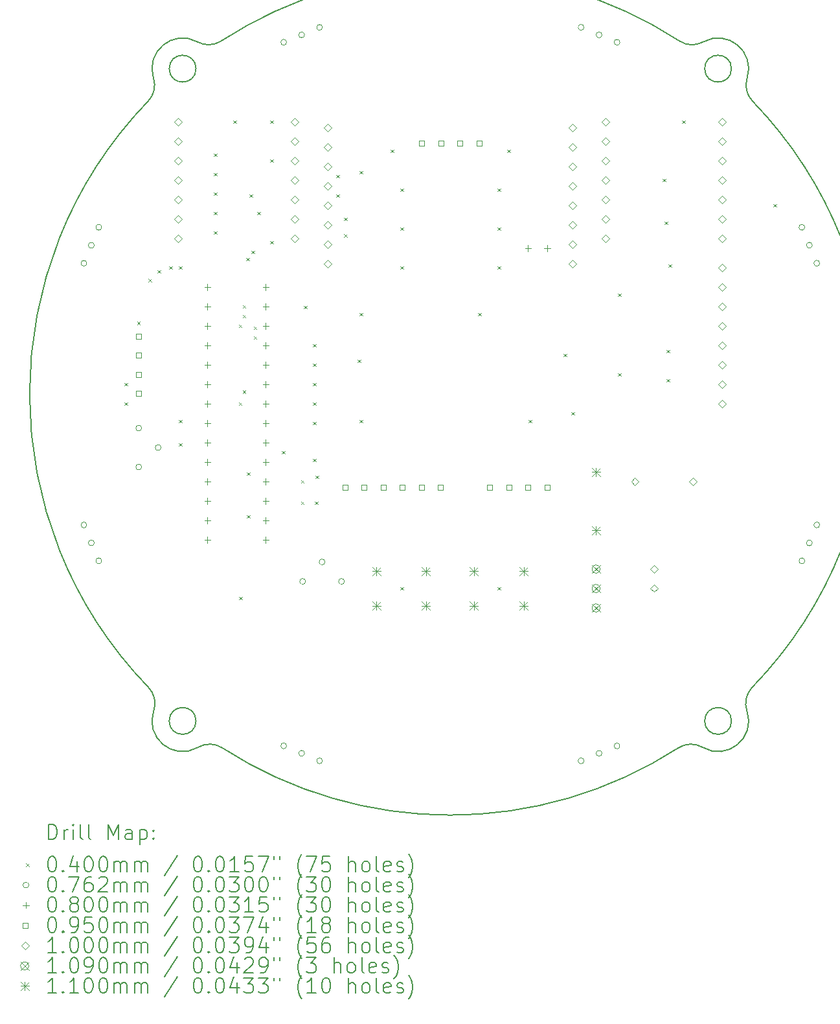
<source format=gbr>
%FSLAX45Y45*%
G04 Gerber Fmt 4.5, Leading zero omitted, Abs format (unit mm)*
G04 Created by KiCad (PCBNEW (6.0.5)) date 2022-11-08 23:00:58*
%MOMM*%
%LPD*%
G01*
G04 APERTURE LIST*
%TA.AperFunction,Profile*%
%ADD10C,0.200000*%
%TD*%
%ADD11C,0.200000*%
%ADD12C,0.040000*%
%ADD13C,0.076200*%
%ADD14C,0.080000*%
%ADD15C,0.095000*%
%ADD16C,0.100000*%
%ADD17C,0.109000*%
%ADD18C,0.110000*%
G04 APERTURE END LIST*
D10*
X12892543Y-14146137D02*
G75*
G03*
X18857472Y-14146137I2982465J4621137D01*
G01*
X12569054Y-4924027D02*
G75*
G03*
X12878057Y-4913245I145536J262337D01*
G01*
X12550007Y-5273811D02*
G75*
G03*
X12550007Y-5273811I-175000J0D01*
G01*
X11924554Y-5698261D02*
G75*
G03*
X11994475Y-5397079I-215474J208731D01*
G01*
X19821060Y-13356278D02*
G75*
G03*
X19752887Y-13663636I215251J-208982D01*
G01*
X19550007Y-5273811D02*
G75*
G03*
X19550007Y-5273811I-175000J0D01*
G01*
X12550007Y-13794810D02*
G75*
G03*
X12550007Y-13794810I-175000J0D01*
G01*
X18871959Y-4913244D02*
G75*
G03*
X19180962Y-4924030I163471J251554D01*
G01*
X19172232Y-14139605D02*
G75*
G03*
X18857472Y-14146137I-152082J-258595D01*
G01*
X12569055Y-4924026D02*
G75*
G03*
X11994475Y-5397079I-194045J-349784D01*
G01*
X19172235Y-14139600D02*
G75*
G03*
X19752887Y-13663636I202775J344790D01*
G01*
X19755543Y-5397080D02*
G75*
G03*
X19180962Y-4924030I-380533J123270D01*
G01*
X12892541Y-14146139D02*
G75*
G03*
X12577782Y-14139604I-162681J-252061D01*
G01*
X19550007Y-13794810D02*
G75*
G03*
X19550007Y-13794810I-175000J0D01*
G01*
X11924555Y-5698262D02*
G75*
G03*
X11928956Y-13356277I3950452J-3826738D01*
G01*
X11997130Y-13663637D02*
G75*
G03*
X12577782Y-14139604I377880J-131173D01*
G01*
X11997132Y-13663638D02*
G75*
G03*
X11928956Y-13356277I-283412J98378D01*
G01*
X19821058Y-13356277D02*
G75*
G03*
X19825460Y-5698262I-3946051J3831277D01*
G01*
X19755539Y-5397079D02*
G75*
G03*
X19825460Y-5698262I285401J-92451D01*
G01*
X18871958Y-4913245D02*
G75*
G03*
X12878057Y-4913245I-2996951J-4611755D01*
G01*
D11*
D12*
X11612548Y-9378000D02*
X11652548Y-9418000D01*
X11652548Y-9378000D02*
X11612548Y-9418000D01*
X11612548Y-9631348D02*
X11652548Y-9671348D01*
X11652548Y-9631348D02*
X11612548Y-9671348D01*
X11780000Y-8576200D02*
X11820000Y-8616200D01*
X11820000Y-8576200D02*
X11780000Y-8616200D01*
X11930700Y-8019100D02*
X11970700Y-8059100D01*
X11970700Y-8019100D02*
X11930700Y-8059100D01*
X12045000Y-7904800D02*
X12085000Y-7944800D01*
X12085000Y-7904800D02*
X12045000Y-7944800D01*
X12197400Y-7854000D02*
X12237400Y-7894000D01*
X12237400Y-7854000D02*
X12197400Y-7894000D01*
X12324400Y-7854000D02*
X12364400Y-7894000D01*
X12364400Y-7854000D02*
X12324400Y-7894000D01*
X12324400Y-9860600D02*
X12364400Y-9900600D01*
X12364400Y-9860600D02*
X12324400Y-9900600D01*
X12324400Y-10165400D02*
X12364400Y-10205400D01*
X12364400Y-10165400D02*
X12324400Y-10205400D01*
X12781600Y-6380800D02*
X12821600Y-6420800D01*
X12821600Y-6380800D02*
X12781600Y-6420800D01*
X12781600Y-6634800D02*
X12821600Y-6674800D01*
X12821600Y-6634800D02*
X12781600Y-6674800D01*
X12781600Y-6888800D02*
X12821600Y-6928800D01*
X12821600Y-6888800D02*
X12781600Y-6928800D01*
X12781600Y-7142800D02*
X12821600Y-7182800D01*
X12821600Y-7142800D02*
X12781600Y-7182800D01*
X12781600Y-7396800D02*
X12821600Y-7436800D01*
X12821600Y-7396800D02*
X12781600Y-7436800D01*
X13035600Y-5949000D02*
X13075600Y-5989000D01*
X13075600Y-5949000D02*
X13035600Y-5989000D01*
X13108050Y-8616000D02*
X13148050Y-8656000D01*
X13148050Y-8616000D02*
X13108050Y-8656000D01*
X13108050Y-9632000D02*
X13148050Y-9672000D01*
X13148050Y-9632000D02*
X13108050Y-9672000D01*
X13111800Y-12172000D02*
X13151800Y-12212000D01*
X13151800Y-12172000D02*
X13111800Y-12212000D01*
X13158850Y-8362000D02*
X13198850Y-8402000D01*
X13198850Y-8362000D02*
X13158850Y-8402000D01*
X13158851Y-8489000D02*
X13198851Y-8529000D01*
X13198851Y-8489000D02*
X13158851Y-8529000D01*
X13158851Y-9477295D02*
X13198851Y-9517295D01*
X13198851Y-9477295D02*
X13158851Y-9517295D01*
X13203802Y-7744050D02*
X13243802Y-7784050D01*
X13243802Y-7744050D02*
X13203802Y-7784050D01*
X13213400Y-10546400D02*
X13253400Y-10586400D01*
X13253400Y-10546400D02*
X13213400Y-10586400D01*
X13213400Y-11105200D02*
X13253400Y-11145200D01*
X13253400Y-11105200D02*
X13213400Y-11145200D01*
X13248754Y-6914200D02*
X13288754Y-6954200D01*
X13288754Y-6914200D02*
X13248754Y-6954200D01*
X13276252Y-7650800D02*
X13316252Y-7690800D01*
X13316252Y-7650800D02*
X13276252Y-7690800D01*
X13303751Y-8641400D02*
X13343751Y-8681400D01*
X13343751Y-8641400D02*
X13303751Y-8681400D01*
X13303751Y-8768400D02*
X13343751Y-8808400D01*
X13343751Y-8768400D02*
X13303751Y-8808400D01*
X13348702Y-7142800D02*
X13388702Y-7182800D01*
X13388702Y-7142800D02*
X13348702Y-7182800D01*
X13518200Y-5949000D02*
X13558200Y-5989000D01*
X13558200Y-5949000D02*
X13518200Y-5989000D01*
X13518200Y-6457000D02*
X13558200Y-6497000D01*
X13558200Y-6457000D02*
X13518200Y-6497000D01*
X13518200Y-7523800D02*
X13558200Y-7563800D01*
X13558200Y-7523800D02*
X13518200Y-7563800D01*
X13670600Y-10267000D02*
X13710600Y-10307000D01*
X13710600Y-10267000D02*
X13670600Y-10307000D01*
X13922098Y-10648000D02*
X13962098Y-10688000D01*
X13962098Y-10648000D02*
X13922098Y-10688000D01*
X13922099Y-10927413D02*
X13962099Y-10967413D01*
X13962099Y-10927413D02*
X13922099Y-10967413D01*
X13957380Y-8369380D02*
X13997380Y-8409380D01*
X13997380Y-8369380D02*
X13957380Y-8409380D01*
X14077000Y-8870000D02*
X14117000Y-8910000D01*
X14117000Y-8870000D02*
X14077000Y-8910000D01*
X14077000Y-9124000D02*
X14117000Y-9164000D01*
X14117000Y-9124000D02*
X14077000Y-9164000D01*
X14077000Y-9378000D02*
X14117000Y-9418000D01*
X14117000Y-9378000D02*
X14077000Y-9418000D01*
X14077000Y-9632000D02*
X14117000Y-9672000D01*
X14117000Y-9632000D02*
X14077000Y-9672000D01*
X14077000Y-9886000D02*
X14117000Y-9926000D01*
X14117000Y-9886000D02*
X14077000Y-9926000D01*
X14077000Y-10368600D02*
X14117000Y-10408600D01*
X14117000Y-10368600D02*
X14077000Y-10408600D01*
X14102400Y-10927400D02*
X14142400Y-10967400D01*
X14142400Y-10927400D02*
X14102400Y-10967400D01*
X14111732Y-10587868D02*
X14151732Y-10627868D01*
X14151732Y-10587868D02*
X14111732Y-10627868D01*
X14381800Y-6660200D02*
X14421800Y-6700200D01*
X14421800Y-6660200D02*
X14381800Y-6700200D01*
X14381800Y-6914200D02*
X14421800Y-6954200D01*
X14421800Y-6914200D02*
X14381800Y-6954200D01*
X14483400Y-7218140D02*
X14523400Y-7258140D01*
X14523400Y-7218140D02*
X14483400Y-7258140D01*
X14484444Y-7431749D02*
X14524444Y-7471749D01*
X14524444Y-7431749D02*
X14484444Y-7471749D01*
X14661200Y-9073200D02*
X14701200Y-9113200D01*
X14701200Y-9073200D02*
X14661200Y-9113200D01*
X14686600Y-6609400D02*
X14726600Y-6649400D01*
X14726600Y-6609400D02*
X14686600Y-6649400D01*
X14686600Y-8463600D02*
X14726600Y-8503600D01*
X14726600Y-8463600D02*
X14686600Y-8503600D01*
X14686600Y-9860600D02*
X14726600Y-9900600D01*
X14726600Y-9860600D02*
X14686600Y-9900600D01*
X15093000Y-6330000D02*
X15133000Y-6370000D01*
X15133000Y-6330000D02*
X15093000Y-6370000D01*
X15220000Y-6838000D02*
X15260000Y-6878000D01*
X15260000Y-6838000D02*
X15220000Y-6878000D01*
X15220000Y-7346000D02*
X15260000Y-7386000D01*
X15260000Y-7346000D02*
X15220000Y-7386000D01*
X15220000Y-7854000D02*
X15260000Y-7894000D01*
X15260000Y-7854000D02*
X15220000Y-7894000D01*
X15220000Y-12045000D02*
X15260000Y-12085000D01*
X15260000Y-12045000D02*
X15220000Y-12085000D01*
X16236000Y-8463600D02*
X16276000Y-8503600D01*
X16276000Y-8463600D02*
X16236000Y-8503600D01*
X16490000Y-6838000D02*
X16530000Y-6878000D01*
X16530000Y-6838000D02*
X16490000Y-6878000D01*
X16490000Y-7346000D02*
X16530000Y-7386000D01*
X16530000Y-7346000D02*
X16490000Y-7386000D01*
X16490000Y-7854000D02*
X16530000Y-7894000D01*
X16530000Y-7854000D02*
X16490000Y-7894000D01*
X16490000Y-12045000D02*
X16530000Y-12085000D01*
X16530000Y-12045000D02*
X16490000Y-12085000D01*
X16617000Y-6330000D02*
X16657000Y-6370000D01*
X16657000Y-6330000D02*
X16617000Y-6370000D01*
X16896400Y-9860600D02*
X16936400Y-9900600D01*
X16936400Y-9860600D02*
X16896400Y-9900600D01*
X17353600Y-8997000D02*
X17393600Y-9037000D01*
X17393600Y-8997000D02*
X17353600Y-9037000D01*
X17455200Y-9759000D02*
X17495200Y-9799000D01*
X17495200Y-9759000D02*
X17455200Y-9799000D01*
X18064800Y-8209600D02*
X18104800Y-8249600D01*
X18104800Y-8209600D02*
X18064800Y-8249600D01*
X18064800Y-9251000D02*
X18104800Y-9291000D01*
X18104800Y-9251000D02*
X18064800Y-9291000D01*
X18649000Y-6711000D02*
X18689000Y-6751000D01*
X18689000Y-6711000D02*
X18649000Y-6751000D01*
X18674400Y-7269800D02*
X18714400Y-7309800D01*
X18714400Y-7269800D02*
X18674400Y-7309800D01*
X18699800Y-8946200D02*
X18739800Y-8986200D01*
X18739800Y-8946200D02*
X18699800Y-8986200D01*
X18699800Y-9327200D02*
X18739800Y-9367200D01*
X18739800Y-9327200D02*
X18699800Y-9367200D01*
X18725200Y-7828600D02*
X18765200Y-7868600D01*
X18765200Y-7828600D02*
X18725200Y-7868600D01*
X18903000Y-5949000D02*
X18943000Y-5989000D01*
X18943000Y-5949000D02*
X18903000Y-5989000D01*
X20096800Y-7041200D02*
X20136800Y-7081200D01*
X20136800Y-7041200D02*
X20096800Y-7081200D01*
D13*
X11122595Y-7815640D02*
G75*
G03*
X11122595Y-7815640I-38100J0D01*
G01*
X11122601Y-11234373D02*
G75*
G03*
X11122601Y-11234373I-38100J0D01*
G01*
X11219796Y-7580975D02*
G75*
G03*
X11219796Y-7580975I-38100J0D01*
G01*
X11219802Y-11469039D02*
G75*
G03*
X11219802Y-11469039I-38100J0D01*
G01*
X11316998Y-7346310D02*
G75*
G03*
X11316998Y-7346310I-38100J0D01*
G01*
X11317004Y-11703704D02*
G75*
G03*
X11317004Y-11703704I-38100J0D01*
G01*
X11839600Y-9969500D02*
G75*
G03*
X11839600Y-9969500I-38100J0D01*
G01*
X11839600Y-10477500D02*
G75*
G03*
X11839600Y-10477500I-38100J0D01*
G01*
X12093600Y-10223500D02*
G75*
G03*
X12093600Y-10223500I-38100J0D01*
G01*
X13734403Y-4928896D02*
G75*
G03*
X13734403Y-4928896I-38100J0D01*
G01*
X13734417Y-14121109D02*
G75*
G03*
X13734417Y-14121109I-38100J0D01*
G01*
X13969069Y-4831695D02*
G75*
G03*
X13969069Y-4831695I-38100J0D01*
G01*
X13969082Y-14218311D02*
G75*
G03*
X13969082Y-14218311I-38100J0D01*
G01*
X13982700Y-11972900D02*
G75*
G03*
X13982700Y-11972900I-38100J0D01*
G01*
X14203734Y-4734493D02*
G75*
G03*
X14203734Y-4734493I-38100J0D01*
G01*
X14203748Y-14315512D02*
G75*
G03*
X14203748Y-14315512I-38100J0D01*
G01*
X14236700Y-11718900D02*
G75*
G03*
X14236700Y-11718900I-38100J0D01*
G01*
X14490700Y-11972900D02*
G75*
G03*
X14490700Y-11972900I-38100J0D01*
G01*
X17622467Y-4734488D02*
G75*
G03*
X17622467Y-4734488I-38100J0D01*
G01*
X17622481Y-14315507D02*
G75*
G03*
X17622481Y-14315507I-38100J0D01*
G01*
X17857132Y-4831689D02*
G75*
G03*
X17857132Y-4831689I-38100J0D01*
G01*
X17857146Y-14218305D02*
G75*
G03*
X17857146Y-14218305I-38100J0D01*
G01*
X18091798Y-4928891D02*
G75*
G03*
X18091798Y-4928891I-38100J0D01*
G01*
X18091811Y-14121104D02*
G75*
G03*
X18091811Y-14121104I-38100J0D01*
G01*
X20509211Y-7346296D02*
G75*
G03*
X20509211Y-7346296I-38100J0D01*
G01*
X20509217Y-11703690D02*
G75*
G03*
X20509217Y-11703690I-38100J0D01*
G01*
X20606413Y-7580961D02*
G75*
G03*
X20606413Y-7580961I-38100J0D01*
G01*
X20606418Y-11469025D02*
G75*
G03*
X20606418Y-11469025I-38100J0D01*
G01*
X20703614Y-7815627D02*
G75*
G03*
X20703614Y-7815627I-38100J0D01*
G01*
X20703620Y-11234360D02*
G75*
G03*
X20703620Y-11234360I-38100J0D01*
G01*
D14*
X12701000Y-8086500D02*
X12701000Y-8166500D01*
X12661000Y-8126500D02*
X12741000Y-8126500D01*
X12701000Y-8340500D02*
X12701000Y-8420500D01*
X12661000Y-8380500D02*
X12741000Y-8380500D01*
X12701000Y-8594500D02*
X12701000Y-8674500D01*
X12661000Y-8634500D02*
X12741000Y-8634500D01*
X12701000Y-8848500D02*
X12701000Y-8928500D01*
X12661000Y-8888500D02*
X12741000Y-8888500D01*
X12701000Y-9102500D02*
X12701000Y-9182500D01*
X12661000Y-9142500D02*
X12741000Y-9142500D01*
X12701000Y-9356500D02*
X12701000Y-9436500D01*
X12661000Y-9396500D02*
X12741000Y-9396500D01*
X12701000Y-9610500D02*
X12701000Y-9690500D01*
X12661000Y-9650500D02*
X12741000Y-9650500D01*
X12701000Y-9864500D02*
X12701000Y-9944500D01*
X12661000Y-9904500D02*
X12741000Y-9904500D01*
X12701000Y-10118500D02*
X12701000Y-10198500D01*
X12661000Y-10158500D02*
X12741000Y-10158500D01*
X12701000Y-10372500D02*
X12701000Y-10452500D01*
X12661000Y-10412500D02*
X12741000Y-10412500D01*
X12701000Y-10626500D02*
X12701000Y-10706500D01*
X12661000Y-10666500D02*
X12741000Y-10666500D01*
X12701000Y-10880500D02*
X12701000Y-10960500D01*
X12661000Y-10920500D02*
X12741000Y-10920500D01*
X12701000Y-11134500D02*
X12701000Y-11214500D01*
X12661000Y-11174500D02*
X12741000Y-11174500D01*
X12701000Y-11388500D02*
X12701000Y-11468500D01*
X12661000Y-11428500D02*
X12741000Y-11428500D01*
X13463000Y-8086500D02*
X13463000Y-8166500D01*
X13423000Y-8126500D02*
X13503000Y-8126500D01*
X13463000Y-8340500D02*
X13463000Y-8420500D01*
X13423000Y-8380500D02*
X13503000Y-8380500D01*
X13463000Y-8594500D02*
X13463000Y-8674500D01*
X13423000Y-8634500D02*
X13503000Y-8634500D01*
X13463000Y-8848500D02*
X13463000Y-8928500D01*
X13423000Y-8888500D02*
X13503000Y-8888500D01*
X13463000Y-9102500D02*
X13463000Y-9182500D01*
X13423000Y-9142500D02*
X13503000Y-9142500D01*
X13463000Y-9356500D02*
X13463000Y-9436500D01*
X13423000Y-9396500D02*
X13503000Y-9396500D01*
X13463000Y-9610500D02*
X13463000Y-9690500D01*
X13423000Y-9650500D02*
X13503000Y-9650500D01*
X13463000Y-9864500D02*
X13463000Y-9944500D01*
X13423000Y-9904500D02*
X13503000Y-9904500D01*
X13463000Y-10118500D02*
X13463000Y-10198500D01*
X13423000Y-10158500D02*
X13503000Y-10158500D01*
X13463000Y-10372500D02*
X13463000Y-10452500D01*
X13423000Y-10412500D02*
X13503000Y-10412500D01*
X13463000Y-10626500D02*
X13463000Y-10706500D01*
X13423000Y-10666500D02*
X13503000Y-10666500D01*
X13463000Y-10880500D02*
X13463000Y-10960500D01*
X13423000Y-10920500D02*
X13503000Y-10920500D01*
X13463000Y-11134500D02*
X13463000Y-11214500D01*
X13423000Y-11174500D02*
X13503000Y-11174500D01*
X13463000Y-11388500D02*
X13463000Y-11468500D01*
X13423000Y-11428500D02*
X13503000Y-11428500D01*
X16891000Y-7580000D02*
X16891000Y-7660000D01*
X16851000Y-7620000D02*
X16931000Y-7620000D01*
X17141000Y-7580000D02*
X17141000Y-7660000D01*
X17101000Y-7620000D02*
X17181000Y-7620000D01*
D15*
X11833588Y-8802588D02*
X11833588Y-8735412D01*
X11766412Y-8735412D01*
X11766412Y-8802588D01*
X11833588Y-8802588D01*
X11833588Y-9052588D02*
X11833588Y-8985412D01*
X11766412Y-8985412D01*
X11766412Y-9052588D01*
X11833588Y-9052588D01*
X11833588Y-9302588D02*
X11833588Y-9235412D01*
X11766412Y-9235412D01*
X11766412Y-9302588D01*
X11833588Y-9302588D01*
X11833588Y-9552588D02*
X11833588Y-9485412D01*
X11766412Y-9485412D01*
X11766412Y-9552588D01*
X11833588Y-9552588D01*
X14531588Y-10776088D02*
X14531588Y-10708912D01*
X14464412Y-10708912D01*
X14464412Y-10776088D01*
X14531588Y-10776088D01*
X14781588Y-10776088D02*
X14781588Y-10708912D01*
X14714412Y-10708912D01*
X14714412Y-10776088D01*
X14781588Y-10776088D01*
X15031588Y-10776088D02*
X15031588Y-10708912D01*
X14964412Y-10708912D01*
X14964412Y-10776088D01*
X15031588Y-10776088D01*
X15281588Y-10776088D02*
X15281588Y-10708912D01*
X15214412Y-10708912D01*
X15214412Y-10776088D01*
X15281588Y-10776088D01*
X15531588Y-10776088D02*
X15531588Y-10708912D01*
X15464412Y-10708912D01*
X15464412Y-10776088D01*
X15531588Y-10776088D01*
X15533588Y-6280288D02*
X15533588Y-6213112D01*
X15466412Y-6213112D01*
X15466412Y-6280288D01*
X15533588Y-6280288D01*
X15781588Y-10776088D02*
X15781588Y-10708912D01*
X15714412Y-10708912D01*
X15714412Y-10776088D01*
X15781588Y-10776088D01*
X15783588Y-6280288D02*
X15783588Y-6213112D01*
X15716412Y-6213112D01*
X15716412Y-6280288D01*
X15783588Y-6280288D01*
X16033588Y-6280288D02*
X16033588Y-6213112D01*
X15966412Y-6213112D01*
X15966412Y-6280288D01*
X16033588Y-6280288D01*
X16283588Y-6280288D02*
X16283588Y-6213112D01*
X16216412Y-6213112D01*
X16216412Y-6280288D01*
X16283588Y-6280288D01*
X16422588Y-10776088D02*
X16422588Y-10708912D01*
X16355412Y-10708912D01*
X16355412Y-10776088D01*
X16422588Y-10776088D01*
X16672588Y-10776088D02*
X16672588Y-10708912D01*
X16605412Y-10708912D01*
X16605412Y-10776088D01*
X16672588Y-10776088D01*
X16922588Y-10776088D02*
X16922588Y-10708912D01*
X16855412Y-10708912D01*
X16855412Y-10776088D01*
X16922588Y-10776088D01*
X17172588Y-10776088D02*
X17172588Y-10708912D01*
X17105412Y-10708912D01*
X17105412Y-10776088D01*
X17172588Y-10776088D01*
D16*
X12319000Y-6019000D02*
X12369000Y-5969000D01*
X12319000Y-5919000D01*
X12269000Y-5969000D01*
X12319000Y-6019000D01*
X12319000Y-6273000D02*
X12369000Y-6223000D01*
X12319000Y-6173000D01*
X12269000Y-6223000D01*
X12319000Y-6273000D01*
X12319000Y-6527000D02*
X12369000Y-6477000D01*
X12319000Y-6427000D01*
X12269000Y-6477000D01*
X12319000Y-6527000D01*
X12319000Y-6781000D02*
X12369000Y-6731000D01*
X12319000Y-6681000D01*
X12269000Y-6731000D01*
X12319000Y-6781000D01*
X12319000Y-7035000D02*
X12369000Y-6985000D01*
X12319000Y-6935000D01*
X12269000Y-6985000D01*
X12319000Y-7035000D01*
X12319000Y-7289000D02*
X12369000Y-7239000D01*
X12319000Y-7189000D01*
X12269000Y-7239000D01*
X12319000Y-7289000D01*
X12319000Y-7543000D02*
X12369000Y-7493000D01*
X12319000Y-7443000D01*
X12269000Y-7493000D01*
X12319000Y-7543000D01*
X13843000Y-6019000D02*
X13893000Y-5969000D01*
X13843000Y-5919000D01*
X13793000Y-5969000D01*
X13843000Y-6019000D01*
X13843000Y-6273000D02*
X13893000Y-6223000D01*
X13843000Y-6173000D01*
X13793000Y-6223000D01*
X13843000Y-6273000D01*
X13843000Y-6527000D02*
X13893000Y-6477000D01*
X13843000Y-6427000D01*
X13793000Y-6477000D01*
X13843000Y-6527000D01*
X13843000Y-6781000D02*
X13893000Y-6731000D01*
X13843000Y-6681000D01*
X13793000Y-6731000D01*
X13843000Y-6781000D01*
X13843000Y-7035000D02*
X13893000Y-6985000D01*
X13843000Y-6935000D01*
X13793000Y-6985000D01*
X13843000Y-7035000D01*
X13843000Y-7289000D02*
X13893000Y-7239000D01*
X13843000Y-7189000D01*
X13793000Y-7239000D01*
X13843000Y-7289000D01*
X13843000Y-7543000D02*
X13893000Y-7493000D01*
X13843000Y-7443000D01*
X13793000Y-7493000D01*
X13843000Y-7543000D01*
X14275000Y-6095200D02*
X14325000Y-6045200D01*
X14275000Y-5995200D01*
X14225000Y-6045200D01*
X14275000Y-6095200D01*
X14275000Y-6349200D02*
X14325000Y-6299200D01*
X14275000Y-6249200D01*
X14225000Y-6299200D01*
X14275000Y-6349200D01*
X14275000Y-6603200D02*
X14325000Y-6553200D01*
X14275000Y-6503200D01*
X14225000Y-6553200D01*
X14275000Y-6603200D01*
X14275000Y-6857200D02*
X14325000Y-6807200D01*
X14275000Y-6757200D01*
X14225000Y-6807200D01*
X14275000Y-6857200D01*
X14275000Y-7111200D02*
X14325000Y-7061200D01*
X14275000Y-7011200D01*
X14225000Y-7061200D01*
X14275000Y-7111200D01*
X14275000Y-7365200D02*
X14325000Y-7315200D01*
X14275000Y-7265200D01*
X14225000Y-7315200D01*
X14275000Y-7365200D01*
X14275000Y-7619200D02*
X14325000Y-7569200D01*
X14275000Y-7519200D01*
X14225000Y-7569200D01*
X14275000Y-7619200D01*
X14275000Y-7873200D02*
X14325000Y-7823200D01*
X14275000Y-7773200D01*
X14225000Y-7823200D01*
X14275000Y-7873200D01*
X17475000Y-6095200D02*
X17525000Y-6045200D01*
X17475000Y-5995200D01*
X17425000Y-6045200D01*
X17475000Y-6095200D01*
X17475000Y-6349200D02*
X17525000Y-6299200D01*
X17475000Y-6249200D01*
X17425000Y-6299200D01*
X17475000Y-6349200D01*
X17475000Y-6603200D02*
X17525000Y-6553200D01*
X17475000Y-6503200D01*
X17425000Y-6553200D01*
X17475000Y-6603200D01*
X17475000Y-6857200D02*
X17525000Y-6807200D01*
X17475000Y-6757200D01*
X17425000Y-6807200D01*
X17475000Y-6857200D01*
X17475000Y-7111200D02*
X17525000Y-7061200D01*
X17475000Y-7011200D01*
X17425000Y-7061200D01*
X17475000Y-7111200D01*
X17475000Y-7365200D02*
X17525000Y-7315200D01*
X17475000Y-7265200D01*
X17425000Y-7315200D01*
X17475000Y-7365200D01*
X17475000Y-7619200D02*
X17525000Y-7569200D01*
X17475000Y-7519200D01*
X17425000Y-7569200D01*
X17475000Y-7619200D01*
X17475000Y-7873200D02*
X17525000Y-7823200D01*
X17475000Y-7773200D01*
X17425000Y-7823200D01*
X17475000Y-7873200D01*
X17907000Y-6019000D02*
X17957000Y-5969000D01*
X17907000Y-5919000D01*
X17857000Y-5969000D01*
X17907000Y-6019000D01*
X17907000Y-6273000D02*
X17957000Y-6223000D01*
X17907000Y-6173000D01*
X17857000Y-6223000D01*
X17907000Y-6273000D01*
X17907000Y-6527000D02*
X17957000Y-6477000D01*
X17907000Y-6427000D01*
X17857000Y-6477000D01*
X17907000Y-6527000D01*
X17907000Y-6781000D02*
X17957000Y-6731000D01*
X17907000Y-6681000D01*
X17857000Y-6731000D01*
X17907000Y-6781000D01*
X17907000Y-7035000D02*
X17957000Y-6985000D01*
X17907000Y-6935000D01*
X17857000Y-6985000D01*
X17907000Y-7035000D01*
X17907000Y-7289000D02*
X17957000Y-7239000D01*
X17907000Y-7189000D01*
X17857000Y-7239000D01*
X17907000Y-7289000D01*
X17907000Y-7543000D02*
X17957000Y-7493000D01*
X17907000Y-7443000D01*
X17857000Y-7493000D01*
X17907000Y-7543000D01*
X18289000Y-10718000D02*
X18339000Y-10668000D01*
X18289000Y-10618000D01*
X18239000Y-10668000D01*
X18289000Y-10718000D01*
X18542000Y-11861000D02*
X18592000Y-11811000D01*
X18542000Y-11761000D01*
X18492000Y-11811000D01*
X18542000Y-11861000D01*
X18542000Y-12111000D02*
X18592000Y-12061000D01*
X18542000Y-12011000D01*
X18492000Y-12061000D01*
X18542000Y-12111000D01*
X19049000Y-10718000D02*
X19099000Y-10668000D01*
X19049000Y-10618000D01*
X18999000Y-10668000D01*
X19049000Y-10718000D01*
X19431000Y-6019000D02*
X19481000Y-5969000D01*
X19431000Y-5919000D01*
X19381000Y-5969000D01*
X19431000Y-6019000D01*
X19431000Y-6273000D02*
X19481000Y-6223000D01*
X19431000Y-6173000D01*
X19381000Y-6223000D01*
X19431000Y-6273000D01*
X19431000Y-6527000D02*
X19481000Y-6477000D01*
X19431000Y-6427000D01*
X19381000Y-6477000D01*
X19431000Y-6527000D01*
X19431000Y-6781000D02*
X19481000Y-6731000D01*
X19431000Y-6681000D01*
X19381000Y-6731000D01*
X19431000Y-6781000D01*
X19431000Y-7035000D02*
X19481000Y-6985000D01*
X19431000Y-6935000D01*
X19381000Y-6985000D01*
X19431000Y-7035000D01*
X19431000Y-7289000D02*
X19481000Y-7239000D01*
X19431000Y-7189000D01*
X19381000Y-7239000D01*
X19431000Y-7289000D01*
X19431000Y-7543000D02*
X19481000Y-7493000D01*
X19431000Y-7443000D01*
X19381000Y-7493000D01*
X19431000Y-7543000D01*
X19431000Y-7924000D02*
X19481000Y-7874000D01*
X19431000Y-7824000D01*
X19381000Y-7874000D01*
X19431000Y-7924000D01*
X19431000Y-8178000D02*
X19481000Y-8128000D01*
X19431000Y-8078000D01*
X19381000Y-8128000D01*
X19431000Y-8178000D01*
X19431000Y-8432000D02*
X19481000Y-8382000D01*
X19431000Y-8332000D01*
X19381000Y-8382000D01*
X19431000Y-8432000D01*
X19431000Y-8686000D02*
X19481000Y-8636000D01*
X19431000Y-8586000D01*
X19381000Y-8636000D01*
X19431000Y-8686000D01*
X19431000Y-8940000D02*
X19481000Y-8890000D01*
X19431000Y-8840000D01*
X19381000Y-8890000D01*
X19431000Y-8940000D01*
X19431000Y-9194000D02*
X19481000Y-9144000D01*
X19431000Y-9094000D01*
X19381000Y-9144000D01*
X19431000Y-9194000D01*
X19431000Y-9448000D02*
X19481000Y-9398000D01*
X19431000Y-9348000D01*
X19381000Y-9398000D01*
X19431000Y-9448000D01*
X19431000Y-9702000D02*
X19481000Y-9652000D01*
X19431000Y-9602000D01*
X19381000Y-9652000D01*
X19431000Y-9702000D01*
D17*
X17725500Y-11756500D02*
X17834500Y-11865500D01*
X17834500Y-11756500D02*
X17725500Y-11865500D01*
X17834500Y-11811000D02*
G75*
G03*
X17834500Y-11811000I-54500J0D01*
G01*
X17725500Y-12010500D02*
X17834500Y-12119500D01*
X17834500Y-12010500D02*
X17725500Y-12119500D01*
X17834500Y-12065000D02*
G75*
G03*
X17834500Y-12065000I-54500J0D01*
G01*
X17725500Y-12264500D02*
X17834500Y-12373500D01*
X17834500Y-12264500D02*
X17725500Y-12373500D01*
X17834500Y-12319000D02*
G75*
G03*
X17834500Y-12319000I-54500J0D01*
G01*
D18*
X14852500Y-11785000D02*
X14962500Y-11895000D01*
X14962500Y-11785000D02*
X14852500Y-11895000D01*
X14907500Y-11785000D02*
X14907500Y-11895000D01*
X14852500Y-11840000D02*
X14962500Y-11840000D01*
X14852500Y-12235000D02*
X14962500Y-12345000D01*
X14962500Y-12235000D02*
X14852500Y-12345000D01*
X14907500Y-12235000D02*
X14907500Y-12345000D01*
X14852500Y-12290000D02*
X14962500Y-12290000D01*
X15502500Y-11785000D02*
X15612500Y-11895000D01*
X15612500Y-11785000D02*
X15502500Y-11895000D01*
X15557500Y-11785000D02*
X15557500Y-11895000D01*
X15502500Y-11840000D02*
X15612500Y-11840000D01*
X15502500Y-12235000D02*
X15612500Y-12345000D01*
X15612500Y-12235000D02*
X15502500Y-12345000D01*
X15557500Y-12235000D02*
X15557500Y-12345000D01*
X15502500Y-12290000D02*
X15612500Y-12290000D01*
X16130000Y-11785000D02*
X16240000Y-11895000D01*
X16240000Y-11785000D02*
X16130000Y-11895000D01*
X16185000Y-11785000D02*
X16185000Y-11895000D01*
X16130000Y-11840000D02*
X16240000Y-11840000D01*
X16130000Y-12235000D02*
X16240000Y-12345000D01*
X16240000Y-12235000D02*
X16130000Y-12345000D01*
X16185000Y-12235000D02*
X16185000Y-12345000D01*
X16130000Y-12290000D02*
X16240000Y-12290000D01*
X16780000Y-11785000D02*
X16890000Y-11895000D01*
X16890000Y-11785000D02*
X16780000Y-11895000D01*
X16835000Y-11785000D02*
X16835000Y-11895000D01*
X16780000Y-11840000D02*
X16890000Y-11840000D01*
X16780000Y-12235000D02*
X16890000Y-12345000D01*
X16890000Y-12235000D02*
X16780000Y-12345000D01*
X16835000Y-12235000D02*
X16835000Y-12345000D01*
X16780000Y-12290000D02*
X16890000Y-12290000D01*
X17725000Y-10486000D02*
X17835000Y-10596000D01*
X17835000Y-10486000D02*
X17725000Y-10596000D01*
X17780000Y-10486000D02*
X17780000Y-10596000D01*
X17725000Y-10541000D02*
X17835000Y-10541000D01*
X17725000Y-11248000D02*
X17835000Y-11358000D01*
X17835000Y-11248000D02*
X17725000Y-11358000D01*
X17780000Y-11248000D02*
X17780000Y-11358000D01*
X17725000Y-11303000D02*
X17835000Y-11303000D01*
D11*
X10622626Y-15345476D02*
X10622626Y-15145476D01*
X10670245Y-15145476D01*
X10698817Y-15155000D01*
X10717864Y-15174048D01*
X10727388Y-15193095D01*
X10736912Y-15231190D01*
X10736912Y-15259762D01*
X10727388Y-15297857D01*
X10717864Y-15316905D01*
X10698817Y-15335952D01*
X10670245Y-15345476D01*
X10622626Y-15345476D01*
X10822626Y-15345476D02*
X10822626Y-15212143D01*
X10822626Y-15250238D02*
X10832150Y-15231190D01*
X10841674Y-15221667D01*
X10860722Y-15212143D01*
X10879769Y-15212143D01*
X10946436Y-15345476D02*
X10946436Y-15212143D01*
X10946436Y-15145476D02*
X10936912Y-15155000D01*
X10946436Y-15164524D01*
X10955960Y-15155000D01*
X10946436Y-15145476D01*
X10946436Y-15164524D01*
X11070245Y-15345476D02*
X11051198Y-15335952D01*
X11041674Y-15316905D01*
X11041674Y-15145476D01*
X11175007Y-15345476D02*
X11155960Y-15335952D01*
X11146436Y-15316905D01*
X11146436Y-15145476D01*
X11403579Y-15345476D02*
X11403579Y-15145476D01*
X11470245Y-15288333D01*
X11536912Y-15145476D01*
X11536912Y-15345476D01*
X11717864Y-15345476D02*
X11717864Y-15240714D01*
X11708341Y-15221667D01*
X11689293Y-15212143D01*
X11651198Y-15212143D01*
X11632150Y-15221667D01*
X11717864Y-15335952D02*
X11698817Y-15345476D01*
X11651198Y-15345476D01*
X11632150Y-15335952D01*
X11622626Y-15316905D01*
X11622626Y-15297857D01*
X11632150Y-15278809D01*
X11651198Y-15269286D01*
X11698817Y-15269286D01*
X11717864Y-15259762D01*
X11813102Y-15212143D02*
X11813102Y-15412143D01*
X11813102Y-15221667D02*
X11832150Y-15212143D01*
X11870245Y-15212143D01*
X11889293Y-15221667D01*
X11898817Y-15231190D01*
X11908341Y-15250238D01*
X11908341Y-15307381D01*
X11898817Y-15326428D01*
X11889293Y-15335952D01*
X11870245Y-15345476D01*
X11832150Y-15345476D01*
X11813102Y-15335952D01*
X11994055Y-15326428D02*
X12003579Y-15335952D01*
X11994055Y-15345476D01*
X11984531Y-15335952D01*
X11994055Y-15326428D01*
X11994055Y-15345476D01*
X11994055Y-15221667D02*
X12003579Y-15231190D01*
X11994055Y-15240714D01*
X11984531Y-15231190D01*
X11994055Y-15221667D01*
X11994055Y-15240714D01*
D12*
X10325007Y-15655000D02*
X10365007Y-15695000D01*
X10365007Y-15655000D02*
X10325007Y-15695000D01*
D11*
X10660722Y-15565476D02*
X10679769Y-15565476D01*
X10698817Y-15575000D01*
X10708341Y-15584524D01*
X10717864Y-15603571D01*
X10727388Y-15641667D01*
X10727388Y-15689286D01*
X10717864Y-15727381D01*
X10708341Y-15746428D01*
X10698817Y-15755952D01*
X10679769Y-15765476D01*
X10660722Y-15765476D01*
X10641674Y-15755952D01*
X10632150Y-15746428D01*
X10622626Y-15727381D01*
X10613103Y-15689286D01*
X10613103Y-15641667D01*
X10622626Y-15603571D01*
X10632150Y-15584524D01*
X10641674Y-15575000D01*
X10660722Y-15565476D01*
X10813103Y-15746428D02*
X10822626Y-15755952D01*
X10813103Y-15765476D01*
X10803579Y-15755952D01*
X10813103Y-15746428D01*
X10813103Y-15765476D01*
X10994055Y-15632143D02*
X10994055Y-15765476D01*
X10946436Y-15555952D02*
X10898817Y-15698809D01*
X11022626Y-15698809D01*
X11136912Y-15565476D02*
X11155960Y-15565476D01*
X11175007Y-15575000D01*
X11184531Y-15584524D01*
X11194055Y-15603571D01*
X11203579Y-15641667D01*
X11203579Y-15689286D01*
X11194055Y-15727381D01*
X11184531Y-15746428D01*
X11175007Y-15755952D01*
X11155960Y-15765476D01*
X11136912Y-15765476D01*
X11117864Y-15755952D01*
X11108341Y-15746428D01*
X11098817Y-15727381D01*
X11089293Y-15689286D01*
X11089293Y-15641667D01*
X11098817Y-15603571D01*
X11108341Y-15584524D01*
X11117864Y-15575000D01*
X11136912Y-15565476D01*
X11327388Y-15565476D02*
X11346436Y-15565476D01*
X11365483Y-15575000D01*
X11375007Y-15584524D01*
X11384531Y-15603571D01*
X11394055Y-15641667D01*
X11394055Y-15689286D01*
X11384531Y-15727381D01*
X11375007Y-15746428D01*
X11365483Y-15755952D01*
X11346436Y-15765476D01*
X11327388Y-15765476D01*
X11308341Y-15755952D01*
X11298817Y-15746428D01*
X11289293Y-15727381D01*
X11279769Y-15689286D01*
X11279769Y-15641667D01*
X11289293Y-15603571D01*
X11298817Y-15584524D01*
X11308341Y-15575000D01*
X11327388Y-15565476D01*
X11479769Y-15765476D02*
X11479769Y-15632143D01*
X11479769Y-15651190D02*
X11489293Y-15641667D01*
X11508341Y-15632143D01*
X11536912Y-15632143D01*
X11555960Y-15641667D01*
X11565483Y-15660714D01*
X11565483Y-15765476D01*
X11565483Y-15660714D02*
X11575007Y-15641667D01*
X11594055Y-15632143D01*
X11622626Y-15632143D01*
X11641674Y-15641667D01*
X11651198Y-15660714D01*
X11651198Y-15765476D01*
X11746436Y-15765476D02*
X11746436Y-15632143D01*
X11746436Y-15651190D02*
X11755960Y-15641667D01*
X11775007Y-15632143D01*
X11803579Y-15632143D01*
X11822626Y-15641667D01*
X11832150Y-15660714D01*
X11832150Y-15765476D01*
X11832150Y-15660714D02*
X11841674Y-15641667D01*
X11860721Y-15632143D01*
X11889293Y-15632143D01*
X11908341Y-15641667D01*
X11917864Y-15660714D01*
X11917864Y-15765476D01*
X12308341Y-15555952D02*
X12136912Y-15813095D01*
X12565483Y-15565476D02*
X12584531Y-15565476D01*
X12603579Y-15575000D01*
X12613102Y-15584524D01*
X12622626Y-15603571D01*
X12632150Y-15641667D01*
X12632150Y-15689286D01*
X12622626Y-15727381D01*
X12613102Y-15746428D01*
X12603579Y-15755952D01*
X12584531Y-15765476D01*
X12565483Y-15765476D01*
X12546436Y-15755952D01*
X12536912Y-15746428D01*
X12527388Y-15727381D01*
X12517864Y-15689286D01*
X12517864Y-15641667D01*
X12527388Y-15603571D01*
X12536912Y-15584524D01*
X12546436Y-15575000D01*
X12565483Y-15565476D01*
X12717864Y-15746428D02*
X12727388Y-15755952D01*
X12717864Y-15765476D01*
X12708341Y-15755952D01*
X12717864Y-15746428D01*
X12717864Y-15765476D01*
X12851198Y-15565476D02*
X12870245Y-15565476D01*
X12889293Y-15575000D01*
X12898817Y-15584524D01*
X12908341Y-15603571D01*
X12917864Y-15641667D01*
X12917864Y-15689286D01*
X12908341Y-15727381D01*
X12898817Y-15746428D01*
X12889293Y-15755952D01*
X12870245Y-15765476D01*
X12851198Y-15765476D01*
X12832150Y-15755952D01*
X12822626Y-15746428D01*
X12813102Y-15727381D01*
X12803579Y-15689286D01*
X12803579Y-15641667D01*
X12813102Y-15603571D01*
X12822626Y-15584524D01*
X12832150Y-15575000D01*
X12851198Y-15565476D01*
X13108341Y-15765476D02*
X12994055Y-15765476D01*
X13051198Y-15765476D02*
X13051198Y-15565476D01*
X13032150Y-15594048D01*
X13013102Y-15613095D01*
X12994055Y-15622619D01*
X13289293Y-15565476D02*
X13194055Y-15565476D01*
X13184531Y-15660714D01*
X13194055Y-15651190D01*
X13213102Y-15641667D01*
X13260721Y-15641667D01*
X13279769Y-15651190D01*
X13289293Y-15660714D01*
X13298817Y-15679762D01*
X13298817Y-15727381D01*
X13289293Y-15746428D01*
X13279769Y-15755952D01*
X13260721Y-15765476D01*
X13213102Y-15765476D01*
X13194055Y-15755952D01*
X13184531Y-15746428D01*
X13365483Y-15565476D02*
X13498817Y-15565476D01*
X13413102Y-15765476D01*
X13565483Y-15565476D02*
X13565483Y-15603571D01*
X13641674Y-15565476D02*
X13641674Y-15603571D01*
X13936912Y-15841667D02*
X13927388Y-15832143D01*
X13908341Y-15803571D01*
X13898817Y-15784524D01*
X13889293Y-15755952D01*
X13879769Y-15708333D01*
X13879769Y-15670238D01*
X13889293Y-15622619D01*
X13898817Y-15594048D01*
X13908341Y-15575000D01*
X13927388Y-15546428D01*
X13936912Y-15536905D01*
X13994055Y-15565476D02*
X14127388Y-15565476D01*
X14041674Y-15765476D01*
X14298817Y-15565476D02*
X14203579Y-15565476D01*
X14194055Y-15660714D01*
X14203579Y-15651190D01*
X14222626Y-15641667D01*
X14270245Y-15641667D01*
X14289293Y-15651190D01*
X14298817Y-15660714D01*
X14308341Y-15679762D01*
X14308341Y-15727381D01*
X14298817Y-15746428D01*
X14289293Y-15755952D01*
X14270245Y-15765476D01*
X14222626Y-15765476D01*
X14203579Y-15755952D01*
X14194055Y-15746428D01*
X14546436Y-15765476D02*
X14546436Y-15565476D01*
X14632150Y-15765476D02*
X14632150Y-15660714D01*
X14622626Y-15641667D01*
X14603579Y-15632143D01*
X14575007Y-15632143D01*
X14555960Y-15641667D01*
X14546436Y-15651190D01*
X14755960Y-15765476D02*
X14736912Y-15755952D01*
X14727388Y-15746428D01*
X14717864Y-15727381D01*
X14717864Y-15670238D01*
X14727388Y-15651190D01*
X14736912Y-15641667D01*
X14755960Y-15632143D01*
X14784531Y-15632143D01*
X14803579Y-15641667D01*
X14813102Y-15651190D01*
X14822626Y-15670238D01*
X14822626Y-15727381D01*
X14813102Y-15746428D01*
X14803579Y-15755952D01*
X14784531Y-15765476D01*
X14755960Y-15765476D01*
X14936912Y-15765476D02*
X14917864Y-15755952D01*
X14908341Y-15736905D01*
X14908341Y-15565476D01*
X15089293Y-15755952D02*
X15070245Y-15765476D01*
X15032150Y-15765476D01*
X15013102Y-15755952D01*
X15003579Y-15736905D01*
X15003579Y-15660714D01*
X15013102Y-15641667D01*
X15032150Y-15632143D01*
X15070245Y-15632143D01*
X15089293Y-15641667D01*
X15098817Y-15660714D01*
X15098817Y-15679762D01*
X15003579Y-15698809D01*
X15175007Y-15755952D02*
X15194055Y-15765476D01*
X15232150Y-15765476D01*
X15251198Y-15755952D01*
X15260721Y-15736905D01*
X15260721Y-15727381D01*
X15251198Y-15708333D01*
X15232150Y-15698809D01*
X15203579Y-15698809D01*
X15184531Y-15689286D01*
X15175007Y-15670238D01*
X15175007Y-15660714D01*
X15184531Y-15641667D01*
X15203579Y-15632143D01*
X15232150Y-15632143D01*
X15251198Y-15641667D01*
X15327388Y-15841667D02*
X15336912Y-15832143D01*
X15355960Y-15803571D01*
X15365483Y-15784524D01*
X15375007Y-15755952D01*
X15384531Y-15708333D01*
X15384531Y-15670238D01*
X15375007Y-15622619D01*
X15365483Y-15594048D01*
X15355960Y-15575000D01*
X15336912Y-15546428D01*
X15327388Y-15536905D01*
D13*
X10365007Y-15939000D02*
G75*
G03*
X10365007Y-15939000I-38100J0D01*
G01*
D11*
X10660722Y-15829476D02*
X10679769Y-15829476D01*
X10698817Y-15839000D01*
X10708341Y-15848524D01*
X10717864Y-15867571D01*
X10727388Y-15905667D01*
X10727388Y-15953286D01*
X10717864Y-15991381D01*
X10708341Y-16010428D01*
X10698817Y-16019952D01*
X10679769Y-16029476D01*
X10660722Y-16029476D01*
X10641674Y-16019952D01*
X10632150Y-16010428D01*
X10622626Y-15991381D01*
X10613103Y-15953286D01*
X10613103Y-15905667D01*
X10622626Y-15867571D01*
X10632150Y-15848524D01*
X10641674Y-15839000D01*
X10660722Y-15829476D01*
X10813103Y-16010428D02*
X10822626Y-16019952D01*
X10813103Y-16029476D01*
X10803579Y-16019952D01*
X10813103Y-16010428D01*
X10813103Y-16029476D01*
X10889293Y-15829476D02*
X11022626Y-15829476D01*
X10936912Y-16029476D01*
X11184531Y-15829476D02*
X11146436Y-15829476D01*
X11127388Y-15839000D01*
X11117864Y-15848524D01*
X11098817Y-15877095D01*
X11089293Y-15915190D01*
X11089293Y-15991381D01*
X11098817Y-16010428D01*
X11108341Y-16019952D01*
X11127388Y-16029476D01*
X11165483Y-16029476D01*
X11184531Y-16019952D01*
X11194055Y-16010428D01*
X11203579Y-15991381D01*
X11203579Y-15943762D01*
X11194055Y-15924714D01*
X11184531Y-15915190D01*
X11165483Y-15905667D01*
X11127388Y-15905667D01*
X11108341Y-15915190D01*
X11098817Y-15924714D01*
X11089293Y-15943762D01*
X11279769Y-15848524D02*
X11289293Y-15839000D01*
X11308341Y-15829476D01*
X11355960Y-15829476D01*
X11375007Y-15839000D01*
X11384531Y-15848524D01*
X11394055Y-15867571D01*
X11394055Y-15886619D01*
X11384531Y-15915190D01*
X11270245Y-16029476D01*
X11394055Y-16029476D01*
X11479769Y-16029476D02*
X11479769Y-15896143D01*
X11479769Y-15915190D02*
X11489293Y-15905667D01*
X11508341Y-15896143D01*
X11536912Y-15896143D01*
X11555960Y-15905667D01*
X11565483Y-15924714D01*
X11565483Y-16029476D01*
X11565483Y-15924714D02*
X11575007Y-15905667D01*
X11594055Y-15896143D01*
X11622626Y-15896143D01*
X11641674Y-15905667D01*
X11651198Y-15924714D01*
X11651198Y-16029476D01*
X11746436Y-16029476D02*
X11746436Y-15896143D01*
X11746436Y-15915190D02*
X11755960Y-15905667D01*
X11775007Y-15896143D01*
X11803579Y-15896143D01*
X11822626Y-15905667D01*
X11832150Y-15924714D01*
X11832150Y-16029476D01*
X11832150Y-15924714D02*
X11841674Y-15905667D01*
X11860721Y-15896143D01*
X11889293Y-15896143D01*
X11908341Y-15905667D01*
X11917864Y-15924714D01*
X11917864Y-16029476D01*
X12308341Y-15819952D02*
X12136912Y-16077095D01*
X12565483Y-15829476D02*
X12584531Y-15829476D01*
X12603579Y-15839000D01*
X12613102Y-15848524D01*
X12622626Y-15867571D01*
X12632150Y-15905667D01*
X12632150Y-15953286D01*
X12622626Y-15991381D01*
X12613102Y-16010428D01*
X12603579Y-16019952D01*
X12584531Y-16029476D01*
X12565483Y-16029476D01*
X12546436Y-16019952D01*
X12536912Y-16010428D01*
X12527388Y-15991381D01*
X12517864Y-15953286D01*
X12517864Y-15905667D01*
X12527388Y-15867571D01*
X12536912Y-15848524D01*
X12546436Y-15839000D01*
X12565483Y-15829476D01*
X12717864Y-16010428D02*
X12727388Y-16019952D01*
X12717864Y-16029476D01*
X12708341Y-16019952D01*
X12717864Y-16010428D01*
X12717864Y-16029476D01*
X12851198Y-15829476D02*
X12870245Y-15829476D01*
X12889293Y-15839000D01*
X12898817Y-15848524D01*
X12908341Y-15867571D01*
X12917864Y-15905667D01*
X12917864Y-15953286D01*
X12908341Y-15991381D01*
X12898817Y-16010428D01*
X12889293Y-16019952D01*
X12870245Y-16029476D01*
X12851198Y-16029476D01*
X12832150Y-16019952D01*
X12822626Y-16010428D01*
X12813102Y-15991381D01*
X12803579Y-15953286D01*
X12803579Y-15905667D01*
X12813102Y-15867571D01*
X12822626Y-15848524D01*
X12832150Y-15839000D01*
X12851198Y-15829476D01*
X12984531Y-15829476D02*
X13108341Y-15829476D01*
X13041674Y-15905667D01*
X13070245Y-15905667D01*
X13089293Y-15915190D01*
X13098817Y-15924714D01*
X13108341Y-15943762D01*
X13108341Y-15991381D01*
X13098817Y-16010428D01*
X13089293Y-16019952D01*
X13070245Y-16029476D01*
X13013102Y-16029476D01*
X12994055Y-16019952D01*
X12984531Y-16010428D01*
X13232150Y-15829476D02*
X13251198Y-15829476D01*
X13270245Y-15839000D01*
X13279769Y-15848524D01*
X13289293Y-15867571D01*
X13298817Y-15905667D01*
X13298817Y-15953286D01*
X13289293Y-15991381D01*
X13279769Y-16010428D01*
X13270245Y-16019952D01*
X13251198Y-16029476D01*
X13232150Y-16029476D01*
X13213102Y-16019952D01*
X13203579Y-16010428D01*
X13194055Y-15991381D01*
X13184531Y-15953286D01*
X13184531Y-15905667D01*
X13194055Y-15867571D01*
X13203579Y-15848524D01*
X13213102Y-15839000D01*
X13232150Y-15829476D01*
X13422626Y-15829476D02*
X13441674Y-15829476D01*
X13460721Y-15839000D01*
X13470245Y-15848524D01*
X13479769Y-15867571D01*
X13489293Y-15905667D01*
X13489293Y-15953286D01*
X13479769Y-15991381D01*
X13470245Y-16010428D01*
X13460721Y-16019952D01*
X13441674Y-16029476D01*
X13422626Y-16029476D01*
X13403579Y-16019952D01*
X13394055Y-16010428D01*
X13384531Y-15991381D01*
X13375007Y-15953286D01*
X13375007Y-15905667D01*
X13384531Y-15867571D01*
X13394055Y-15848524D01*
X13403579Y-15839000D01*
X13422626Y-15829476D01*
X13565483Y-15829476D02*
X13565483Y-15867571D01*
X13641674Y-15829476D02*
X13641674Y-15867571D01*
X13936912Y-16105667D02*
X13927388Y-16096143D01*
X13908341Y-16067571D01*
X13898817Y-16048524D01*
X13889293Y-16019952D01*
X13879769Y-15972333D01*
X13879769Y-15934238D01*
X13889293Y-15886619D01*
X13898817Y-15858048D01*
X13908341Y-15839000D01*
X13927388Y-15810428D01*
X13936912Y-15800905D01*
X13994055Y-15829476D02*
X14117864Y-15829476D01*
X14051198Y-15905667D01*
X14079769Y-15905667D01*
X14098817Y-15915190D01*
X14108341Y-15924714D01*
X14117864Y-15943762D01*
X14117864Y-15991381D01*
X14108341Y-16010428D01*
X14098817Y-16019952D01*
X14079769Y-16029476D01*
X14022626Y-16029476D01*
X14003579Y-16019952D01*
X13994055Y-16010428D01*
X14241674Y-15829476D02*
X14260721Y-15829476D01*
X14279769Y-15839000D01*
X14289293Y-15848524D01*
X14298817Y-15867571D01*
X14308341Y-15905667D01*
X14308341Y-15953286D01*
X14298817Y-15991381D01*
X14289293Y-16010428D01*
X14279769Y-16019952D01*
X14260721Y-16029476D01*
X14241674Y-16029476D01*
X14222626Y-16019952D01*
X14213102Y-16010428D01*
X14203579Y-15991381D01*
X14194055Y-15953286D01*
X14194055Y-15905667D01*
X14203579Y-15867571D01*
X14213102Y-15848524D01*
X14222626Y-15839000D01*
X14241674Y-15829476D01*
X14546436Y-16029476D02*
X14546436Y-15829476D01*
X14632150Y-16029476D02*
X14632150Y-15924714D01*
X14622626Y-15905667D01*
X14603579Y-15896143D01*
X14575007Y-15896143D01*
X14555960Y-15905667D01*
X14546436Y-15915190D01*
X14755960Y-16029476D02*
X14736912Y-16019952D01*
X14727388Y-16010428D01*
X14717864Y-15991381D01*
X14717864Y-15934238D01*
X14727388Y-15915190D01*
X14736912Y-15905667D01*
X14755960Y-15896143D01*
X14784531Y-15896143D01*
X14803579Y-15905667D01*
X14813102Y-15915190D01*
X14822626Y-15934238D01*
X14822626Y-15991381D01*
X14813102Y-16010428D01*
X14803579Y-16019952D01*
X14784531Y-16029476D01*
X14755960Y-16029476D01*
X14936912Y-16029476D02*
X14917864Y-16019952D01*
X14908341Y-16000905D01*
X14908341Y-15829476D01*
X15089293Y-16019952D02*
X15070245Y-16029476D01*
X15032150Y-16029476D01*
X15013102Y-16019952D01*
X15003579Y-16000905D01*
X15003579Y-15924714D01*
X15013102Y-15905667D01*
X15032150Y-15896143D01*
X15070245Y-15896143D01*
X15089293Y-15905667D01*
X15098817Y-15924714D01*
X15098817Y-15943762D01*
X15003579Y-15962809D01*
X15175007Y-16019952D02*
X15194055Y-16029476D01*
X15232150Y-16029476D01*
X15251198Y-16019952D01*
X15260721Y-16000905D01*
X15260721Y-15991381D01*
X15251198Y-15972333D01*
X15232150Y-15962809D01*
X15203579Y-15962809D01*
X15184531Y-15953286D01*
X15175007Y-15934238D01*
X15175007Y-15924714D01*
X15184531Y-15905667D01*
X15203579Y-15896143D01*
X15232150Y-15896143D01*
X15251198Y-15905667D01*
X15327388Y-16105667D02*
X15336912Y-16096143D01*
X15355960Y-16067571D01*
X15365483Y-16048524D01*
X15375007Y-16019952D01*
X15384531Y-15972333D01*
X15384531Y-15934238D01*
X15375007Y-15886619D01*
X15365483Y-15858048D01*
X15355960Y-15839000D01*
X15336912Y-15810428D01*
X15327388Y-15800905D01*
D14*
X10325007Y-16163000D02*
X10325007Y-16243000D01*
X10285007Y-16203000D02*
X10365007Y-16203000D01*
D11*
X10660722Y-16093476D02*
X10679769Y-16093476D01*
X10698817Y-16103000D01*
X10708341Y-16112524D01*
X10717864Y-16131571D01*
X10727388Y-16169667D01*
X10727388Y-16217286D01*
X10717864Y-16255381D01*
X10708341Y-16274428D01*
X10698817Y-16283952D01*
X10679769Y-16293476D01*
X10660722Y-16293476D01*
X10641674Y-16283952D01*
X10632150Y-16274428D01*
X10622626Y-16255381D01*
X10613103Y-16217286D01*
X10613103Y-16169667D01*
X10622626Y-16131571D01*
X10632150Y-16112524D01*
X10641674Y-16103000D01*
X10660722Y-16093476D01*
X10813103Y-16274428D02*
X10822626Y-16283952D01*
X10813103Y-16293476D01*
X10803579Y-16283952D01*
X10813103Y-16274428D01*
X10813103Y-16293476D01*
X10936912Y-16179190D02*
X10917864Y-16169667D01*
X10908341Y-16160143D01*
X10898817Y-16141095D01*
X10898817Y-16131571D01*
X10908341Y-16112524D01*
X10917864Y-16103000D01*
X10936912Y-16093476D01*
X10975007Y-16093476D01*
X10994055Y-16103000D01*
X11003579Y-16112524D01*
X11013103Y-16131571D01*
X11013103Y-16141095D01*
X11003579Y-16160143D01*
X10994055Y-16169667D01*
X10975007Y-16179190D01*
X10936912Y-16179190D01*
X10917864Y-16188714D01*
X10908341Y-16198238D01*
X10898817Y-16217286D01*
X10898817Y-16255381D01*
X10908341Y-16274428D01*
X10917864Y-16283952D01*
X10936912Y-16293476D01*
X10975007Y-16293476D01*
X10994055Y-16283952D01*
X11003579Y-16274428D01*
X11013103Y-16255381D01*
X11013103Y-16217286D01*
X11003579Y-16198238D01*
X10994055Y-16188714D01*
X10975007Y-16179190D01*
X11136912Y-16093476D02*
X11155960Y-16093476D01*
X11175007Y-16103000D01*
X11184531Y-16112524D01*
X11194055Y-16131571D01*
X11203579Y-16169667D01*
X11203579Y-16217286D01*
X11194055Y-16255381D01*
X11184531Y-16274428D01*
X11175007Y-16283952D01*
X11155960Y-16293476D01*
X11136912Y-16293476D01*
X11117864Y-16283952D01*
X11108341Y-16274428D01*
X11098817Y-16255381D01*
X11089293Y-16217286D01*
X11089293Y-16169667D01*
X11098817Y-16131571D01*
X11108341Y-16112524D01*
X11117864Y-16103000D01*
X11136912Y-16093476D01*
X11327388Y-16093476D02*
X11346436Y-16093476D01*
X11365483Y-16103000D01*
X11375007Y-16112524D01*
X11384531Y-16131571D01*
X11394055Y-16169667D01*
X11394055Y-16217286D01*
X11384531Y-16255381D01*
X11375007Y-16274428D01*
X11365483Y-16283952D01*
X11346436Y-16293476D01*
X11327388Y-16293476D01*
X11308341Y-16283952D01*
X11298817Y-16274428D01*
X11289293Y-16255381D01*
X11279769Y-16217286D01*
X11279769Y-16169667D01*
X11289293Y-16131571D01*
X11298817Y-16112524D01*
X11308341Y-16103000D01*
X11327388Y-16093476D01*
X11479769Y-16293476D02*
X11479769Y-16160143D01*
X11479769Y-16179190D02*
X11489293Y-16169667D01*
X11508341Y-16160143D01*
X11536912Y-16160143D01*
X11555960Y-16169667D01*
X11565483Y-16188714D01*
X11565483Y-16293476D01*
X11565483Y-16188714D02*
X11575007Y-16169667D01*
X11594055Y-16160143D01*
X11622626Y-16160143D01*
X11641674Y-16169667D01*
X11651198Y-16188714D01*
X11651198Y-16293476D01*
X11746436Y-16293476D02*
X11746436Y-16160143D01*
X11746436Y-16179190D02*
X11755960Y-16169667D01*
X11775007Y-16160143D01*
X11803579Y-16160143D01*
X11822626Y-16169667D01*
X11832150Y-16188714D01*
X11832150Y-16293476D01*
X11832150Y-16188714D02*
X11841674Y-16169667D01*
X11860721Y-16160143D01*
X11889293Y-16160143D01*
X11908341Y-16169667D01*
X11917864Y-16188714D01*
X11917864Y-16293476D01*
X12308341Y-16083952D02*
X12136912Y-16341095D01*
X12565483Y-16093476D02*
X12584531Y-16093476D01*
X12603579Y-16103000D01*
X12613102Y-16112524D01*
X12622626Y-16131571D01*
X12632150Y-16169667D01*
X12632150Y-16217286D01*
X12622626Y-16255381D01*
X12613102Y-16274428D01*
X12603579Y-16283952D01*
X12584531Y-16293476D01*
X12565483Y-16293476D01*
X12546436Y-16283952D01*
X12536912Y-16274428D01*
X12527388Y-16255381D01*
X12517864Y-16217286D01*
X12517864Y-16169667D01*
X12527388Y-16131571D01*
X12536912Y-16112524D01*
X12546436Y-16103000D01*
X12565483Y-16093476D01*
X12717864Y-16274428D02*
X12727388Y-16283952D01*
X12717864Y-16293476D01*
X12708341Y-16283952D01*
X12717864Y-16274428D01*
X12717864Y-16293476D01*
X12851198Y-16093476D02*
X12870245Y-16093476D01*
X12889293Y-16103000D01*
X12898817Y-16112524D01*
X12908341Y-16131571D01*
X12917864Y-16169667D01*
X12917864Y-16217286D01*
X12908341Y-16255381D01*
X12898817Y-16274428D01*
X12889293Y-16283952D01*
X12870245Y-16293476D01*
X12851198Y-16293476D01*
X12832150Y-16283952D01*
X12822626Y-16274428D01*
X12813102Y-16255381D01*
X12803579Y-16217286D01*
X12803579Y-16169667D01*
X12813102Y-16131571D01*
X12822626Y-16112524D01*
X12832150Y-16103000D01*
X12851198Y-16093476D01*
X12984531Y-16093476D02*
X13108341Y-16093476D01*
X13041674Y-16169667D01*
X13070245Y-16169667D01*
X13089293Y-16179190D01*
X13098817Y-16188714D01*
X13108341Y-16207762D01*
X13108341Y-16255381D01*
X13098817Y-16274428D01*
X13089293Y-16283952D01*
X13070245Y-16293476D01*
X13013102Y-16293476D01*
X12994055Y-16283952D01*
X12984531Y-16274428D01*
X13298817Y-16293476D02*
X13184531Y-16293476D01*
X13241674Y-16293476D02*
X13241674Y-16093476D01*
X13222626Y-16122048D01*
X13203579Y-16141095D01*
X13184531Y-16150619D01*
X13479769Y-16093476D02*
X13384531Y-16093476D01*
X13375007Y-16188714D01*
X13384531Y-16179190D01*
X13403579Y-16169667D01*
X13451198Y-16169667D01*
X13470245Y-16179190D01*
X13479769Y-16188714D01*
X13489293Y-16207762D01*
X13489293Y-16255381D01*
X13479769Y-16274428D01*
X13470245Y-16283952D01*
X13451198Y-16293476D01*
X13403579Y-16293476D01*
X13384531Y-16283952D01*
X13375007Y-16274428D01*
X13565483Y-16093476D02*
X13565483Y-16131571D01*
X13641674Y-16093476D02*
X13641674Y-16131571D01*
X13936912Y-16369667D02*
X13927388Y-16360143D01*
X13908341Y-16331571D01*
X13898817Y-16312524D01*
X13889293Y-16283952D01*
X13879769Y-16236333D01*
X13879769Y-16198238D01*
X13889293Y-16150619D01*
X13898817Y-16122048D01*
X13908341Y-16103000D01*
X13927388Y-16074428D01*
X13936912Y-16064905D01*
X13994055Y-16093476D02*
X14117864Y-16093476D01*
X14051198Y-16169667D01*
X14079769Y-16169667D01*
X14098817Y-16179190D01*
X14108341Y-16188714D01*
X14117864Y-16207762D01*
X14117864Y-16255381D01*
X14108341Y-16274428D01*
X14098817Y-16283952D01*
X14079769Y-16293476D01*
X14022626Y-16293476D01*
X14003579Y-16283952D01*
X13994055Y-16274428D01*
X14241674Y-16093476D02*
X14260721Y-16093476D01*
X14279769Y-16103000D01*
X14289293Y-16112524D01*
X14298817Y-16131571D01*
X14308341Y-16169667D01*
X14308341Y-16217286D01*
X14298817Y-16255381D01*
X14289293Y-16274428D01*
X14279769Y-16283952D01*
X14260721Y-16293476D01*
X14241674Y-16293476D01*
X14222626Y-16283952D01*
X14213102Y-16274428D01*
X14203579Y-16255381D01*
X14194055Y-16217286D01*
X14194055Y-16169667D01*
X14203579Y-16131571D01*
X14213102Y-16112524D01*
X14222626Y-16103000D01*
X14241674Y-16093476D01*
X14546436Y-16293476D02*
X14546436Y-16093476D01*
X14632150Y-16293476D02*
X14632150Y-16188714D01*
X14622626Y-16169667D01*
X14603579Y-16160143D01*
X14575007Y-16160143D01*
X14555960Y-16169667D01*
X14546436Y-16179190D01*
X14755960Y-16293476D02*
X14736912Y-16283952D01*
X14727388Y-16274428D01*
X14717864Y-16255381D01*
X14717864Y-16198238D01*
X14727388Y-16179190D01*
X14736912Y-16169667D01*
X14755960Y-16160143D01*
X14784531Y-16160143D01*
X14803579Y-16169667D01*
X14813102Y-16179190D01*
X14822626Y-16198238D01*
X14822626Y-16255381D01*
X14813102Y-16274428D01*
X14803579Y-16283952D01*
X14784531Y-16293476D01*
X14755960Y-16293476D01*
X14936912Y-16293476D02*
X14917864Y-16283952D01*
X14908341Y-16264905D01*
X14908341Y-16093476D01*
X15089293Y-16283952D02*
X15070245Y-16293476D01*
X15032150Y-16293476D01*
X15013102Y-16283952D01*
X15003579Y-16264905D01*
X15003579Y-16188714D01*
X15013102Y-16169667D01*
X15032150Y-16160143D01*
X15070245Y-16160143D01*
X15089293Y-16169667D01*
X15098817Y-16188714D01*
X15098817Y-16207762D01*
X15003579Y-16226809D01*
X15175007Y-16283952D02*
X15194055Y-16293476D01*
X15232150Y-16293476D01*
X15251198Y-16283952D01*
X15260721Y-16264905D01*
X15260721Y-16255381D01*
X15251198Y-16236333D01*
X15232150Y-16226809D01*
X15203579Y-16226809D01*
X15184531Y-16217286D01*
X15175007Y-16198238D01*
X15175007Y-16188714D01*
X15184531Y-16169667D01*
X15203579Y-16160143D01*
X15232150Y-16160143D01*
X15251198Y-16169667D01*
X15327388Y-16369667D02*
X15336912Y-16360143D01*
X15355960Y-16331571D01*
X15365483Y-16312524D01*
X15375007Y-16283952D01*
X15384531Y-16236333D01*
X15384531Y-16198238D01*
X15375007Y-16150619D01*
X15365483Y-16122048D01*
X15355960Y-16103000D01*
X15336912Y-16074428D01*
X15327388Y-16064905D01*
D15*
X10351095Y-16500588D02*
X10351095Y-16433412D01*
X10283919Y-16433412D01*
X10283919Y-16500588D01*
X10351095Y-16500588D01*
D11*
X10660722Y-16357476D02*
X10679769Y-16357476D01*
X10698817Y-16367000D01*
X10708341Y-16376524D01*
X10717864Y-16395571D01*
X10727388Y-16433667D01*
X10727388Y-16481286D01*
X10717864Y-16519381D01*
X10708341Y-16538428D01*
X10698817Y-16547952D01*
X10679769Y-16557476D01*
X10660722Y-16557476D01*
X10641674Y-16547952D01*
X10632150Y-16538428D01*
X10622626Y-16519381D01*
X10613103Y-16481286D01*
X10613103Y-16433667D01*
X10622626Y-16395571D01*
X10632150Y-16376524D01*
X10641674Y-16367000D01*
X10660722Y-16357476D01*
X10813103Y-16538428D02*
X10822626Y-16547952D01*
X10813103Y-16557476D01*
X10803579Y-16547952D01*
X10813103Y-16538428D01*
X10813103Y-16557476D01*
X10917864Y-16557476D02*
X10955960Y-16557476D01*
X10975007Y-16547952D01*
X10984531Y-16538428D01*
X11003579Y-16509857D01*
X11013103Y-16471762D01*
X11013103Y-16395571D01*
X11003579Y-16376524D01*
X10994055Y-16367000D01*
X10975007Y-16357476D01*
X10936912Y-16357476D01*
X10917864Y-16367000D01*
X10908341Y-16376524D01*
X10898817Y-16395571D01*
X10898817Y-16443190D01*
X10908341Y-16462238D01*
X10917864Y-16471762D01*
X10936912Y-16481286D01*
X10975007Y-16481286D01*
X10994055Y-16471762D01*
X11003579Y-16462238D01*
X11013103Y-16443190D01*
X11194055Y-16357476D02*
X11098817Y-16357476D01*
X11089293Y-16452714D01*
X11098817Y-16443190D01*
X11117864Y-16433667D01*
X11165483Y-16433667D01*
X11184531Y-16443190D01*
X11194055Y-16452714D01*
X11203579Y-16471762D01*
X11203579Y-16519381D01*
X11194055Y-16538428D01*
X11184531Y-16547952D01*
X11165483Y-16557476D01*
X11117864Y-16557476D01*
X11098817Y-16547952D01*
X11089293Y-16538428D01*
X11327388Y-16357476D02*
X11346436Y-16357476D01*
X11365483Y-16367000D01*
X11375007Y-16376524D01*
X11384531Y-16395571D01*
X11394055Y-16433667D01*
X11394055Y-16481286D01*
X11384531Y-16519381D01*
X11375007Y-16538428D01*
X11365483Y-16547952D01*
X11346436Y-16557476D01*
X11327388Y-16557476D01*
X11308341Y-16547952D01*
X11298817Y-16538428D01*
X11289293Y-16519381D01*
X11279769Y-16481286D01*
X11279769Y-16433667D01*
X11289293Y-16395571D01*
X11298817Y-16376524D01*
X11308341Y-16367000D01*
X11327388Y-16357476D01*
X11479769Y-16557476D02*
X11479769Y-16424143D01*
X11479769Y-16443190D02*
X11489293Y-16433667D01*
X11508341Y-16424143D01*
X11536912Y-16424143D01*
X11555960Y-16433667D01*
X11565483Y-16452714D01*
X11565483Y-16557476D01*
X11565483Y-16452714D02*
X11575007Y-16433667D01*
X11594055Y-16424143D01*
X11622626Y-16424143D01*
X11641674Y-16433667D01*
X11651198Y-16452714D01*
X11651198Y-16557476D01*
X11746436Y-16557476D02*
X11746436Y-16424143D01*
X11746436Y-16443190D02*
X11755960Y-16433667D01*
X11775007Y-16424143D01*
X11803579Y-16424143D01*
X11822626Y-16433667D01*
X11832150Y-16452714D01*
X11832150Y-16557476D01*
X11832150Y-16452714D02*
X11841674Y-16433667D01*
X11860721Y-16424143D01*
X11889293Y-16424143D01*
X11908341Y-16433667D01*
X11917864Y-16452714D01*
X11917864Y-16557476D01*
X12308341Y-16347952D02*
X12136912Y-16605095D01*
X12565483Y-16357476D02*
X12584531Y-16357476D01*
X12603579Y-16367000D01*
X12613102Y-16376524D01*
X12622626Y-16395571D01*
X12632150Y-16433667D01*
X12632150Y-16481286D01*
X12622626Y-16519381D01*
X12613102Y-16538428D01*
X12603579Y-16547952D01*
X12584531Y-16557476D01*
X12565483Y-16557476D01*
X12546436Y-16547952D01*
X12536912Y-16538428D01*
X12527388Y-16519381D01*
X12517864Y-16481286D01*
X12517864Y-16433667D01*
X12527388Y-16395571D01*
X12536912Y-16376524D01*
X12546436Y-16367000D01*
X12565483Y-16357476D01*
X12717864Y-16538428D02*
X12727388Y-16547952D01*
X12717864Y-16557476D01*
X12708341Y-16547952D01*
X12717864Y-16538428D01*
X12717864Y-16557476D01*
X12851198Y-16357476D02*
X12870245Y-16357476D01*
X12889293Y-16367000D01*
X12898817Y-16376524D01*
X12908341Y-16395571D01*
X12917864Y-16433667D01*
X12917864Y-16481286D01*
X12908341Y-16519381D01*
X12898817Y-16538428D01*
X12889293Y-16547952D01*
X12870245Y-16557476D01*
X12851198Y-16557476D01*
X12832150Y-16547952D01*
X12822626Y-16538428D01*
X12813102Y-16519381D01*
X12803579Y-16481286D01*
X12803579Y-16433667D01*
X12813102Y-16395571D01*
X12822626Y-16376524D01*
X12832150Y-16367000D01*
X12851198Y-16357476D01*
X12984531Y-16357476D02*
X13108341Y-16357476D01*
X13041674Y-16433667D01*
X13070245Y-16433667D01*
X13089293Y-16443190D01*
X13098817Y-16452714D01*
X13108341Y-16471762D01*
X13108341Y-16519381D01*
X13098817Y-16538428D01*
X13089293Y-16547952D01*
X13070245Y-16557476D01*
X13013102Y-16557476D01*
X12994055Y-16547952D01*
X12984531Y-16538428D01*
X13175007Y-16357476D02*
X13308341Y-16357476D01*
X13222626Y-16557476D01*
X13470245Y-16424143D02*
X13470245Y-16557476D01*
X13422626Y-16347952D02*
X13375007Y-16490809D01*
X13498817Y-16490809D01*
X13565483Y-16357476D02*
X13565483Y-16395571D01*
X13641674Y-16357476D02*
X13641674Y-16395571D01*
X13936912Y-16633667D02*
X13927388Y-16624143D01*
X13908341Y-16595571D01*
X13898817Y-16576524D01*
X13889293Y-16547952D01*
X13879769Y-16500333D01*
X13879769Y-16462238D01*
X13889293Y-16414619D01*
X13898817Y-16386048D01*
X13908341Y-16367000D01*
X13927388Y-16338428D01*
X13936912Y-16328905D01*
X14117864Y-16557476D02*
X14003579Y-16557476D01*
X14060721Y-16557476D02*
X14060721Y-16357476D01*
X14041674Y-16386048D01*
X14022626Y-16405095D01*
X14003579Y-16414619D01*
X14232150Y-16443190D02*
X14213102Y-16433667D01*
X14203579Y-16424143D01*
X14194055Y-16405095D01*
X14194055Y-16395571D01*
X14203579Y-16376524D01*
X14213102Y-16367000D01*
X14232150Y-16357476D01*
X14270245Y-16357476D01*
X14289293Y-16367000D01*
X14298817Y-16376524D01*
X14308341Y-16395571D01*
X14308341Y-16405095D01*
X14298817Y-16424143D01*
X14289293Y-16433667D01*
X14270245Y-16443190D01*
X14232150Y-16443190D01*
X14213102Y-16452714D01*
X14203579Y-16462238D01*
X14194055Y-16481286D01*
X14194055Y-16519381D01*
X14203579Y-16538428D01*
X14213102Y-16547952D01*
X14232150Y-16557476D01*
X14270245Y-16557476D01*
X14289293Y-16547952D01*
X14298817Y-16538428D01*
X14308341Y-16519381D01*
X14308341Y-16481286D01*
X14298817Y-16462238D01*
X14289293Y-16452714D01*
X14270245Y-16443190D01*
X14546436Y-16557476D02*
X14546436Y-16357476D01*
X14632150Y-16557476D02*
X14632150Y-16452714D01*
X14622626Y-16433667D01*
X14603579Y-16424143D01*
X14575007Y-16424143D01*
X14555960Y-16433667D01*
X14546436Y-16443190D01*
X14755960Y-16557476D02*
X14736912Y-16547952D01*
X14727388Y-16538428D01*
X14717864Y-16519381D01*
X14717864Y-16462238D01*
X14727388Y-16443190D01*
X14736912Y-16433667D01*
X14755960Y-16424143D01*
X14784531Y-16424143D01*
X14803579Y-16433667D01*
X14813102Y-16443190D01*
X14822626Y-16462238D01*
X14822626Y-16519381D01*
X14813102Y-16538428D01*
X14803579Y-16547952D01*
X14784531Y-16557476D01*
X14755960Y-16557476D01*
X14936912Y-16557476D02*
X14917864Y-16547952D01*
X14908341Y-16528905D01*
X14908341Y-16357476D01*
X15089293Y-16547952D02*
X15070245Y-16557476D01*
X15032150Y-16557476D01*
X15013102Y-16547952D01*
X15003579Y-16528905D01*
X15003579Y-16452714D01*
X15013102Y-16433667D01*
X15032150Y-16424143D01*
X15070245Y-16424143D01*
X15089293Y-16433667D01*
X15098817Y-16452714D01*
X15098817Y-16471762D01*
X15003579Y-16490809D01*
X15175007Y-16547952D02*
X15194055Y-16557476D01*
X15232150Y-16557476D01*
X15251198Y-16547952D01*
X15260721Y-16528905D01*
X15260721Y-16519381D01*
X15251198Y-16500333D01*
X15232150Y-16490809D01*
X15203579Y-16490809D01*
X15184531Y-16481286D01*
X15175007Y-16462238D01*
X15175007Y-16452714D01*
X15184531Y-16433667D01*
X15203579Y-16424143D01*
X15232150Y-16424143D01*
X15251198Y-16433667D01*
X15327388Y-16633667D02*
X15336912Y-16624143D01*
X15355960Y-16595571D01*
X15365483Y-16576524D01*
X15375007Y-16547952D01*
X15384531Y-16500333D01*
X15384531Y-16462238D01*
X15375007Y-16414619D01*
X15365483Y-16386048D01*
X15355960Y-16367000D01*
X15336912Y-16338428D01*
X15327388Y-16328905D01*
D16*
X10315007Y-16781000D02*
X10365007Y-16731000D01*
X10315007Y-16681000D01*
X10265007Y-16731000D01*
X10315007Y-16781000D01*
D11*
X10727388Y-16821476D02*
X10613103Y-16821476D01*
X10670245Y-16821476D02*
X10670245Y-16621476D01*
X10651198Y-16650048D01*
X10632150Y-16669095D01*
X10613103Y-16678619D01*
X10813103Y-16802429D02*
X10822626Y-16811952D01*
X10813103Y-16821476D01*
X10803579Y-16811952D01*
X10813103Y-16802429D01*
X10813103Y-16821476D01*
X10946436Y-16621476D02*
X10965483Y-16621476D01*
X10984531Y-16631000D01*
X10994055Y-16640524D01*
X11003579Y-16659571D01*
X11013103Y-16697667D01*
X11013103Y-16745286D01*
X11003579Y-16783381D01*
X10994055Y-16802429D01*
X10984531Y-16811952D01*
X10965483Y-16821476D01*
X10946436Y-16821476D01*
X10927388Y-16811952D01*
X10917864Y-16802429D01*
X10908341Y-16783381D01*
X10898817Y-16745286D01*
X10898817Y-16697667D01*
X10908341Y-16659571D01*
X10917864Y-16640524D01*
X10927388Y-16631000D01*
X10946436Y-16621476D01*
X11136912Y-16621476D02*
X11155960Y-16621476D01*
X11175007Y-16631000D01*
X11184531Y-16640524D01*
X11194055Y-16659571D01*
X11203579Y-16697667D01*
X11203579Y-16745286D01*
X11194055Y-16783381D01*
X11184531Y-16802429D01*
X11175007Y-16811952D01*
X11155960Y-16821476D01*
X11136912Y-16821476D01*
X11117864Y-16811952D01*
X11108341Y-16802429D01*
X11098817Y-16783381D01*
X11089293Y-16745286D01*
X11089293Y-16697667D01*
X11098817Y-16659571D01*
X11108341Y-16640524D01*
X11117864Y-16631000D01*
X11136912Y-16621476D01*
X11327388Y-16621476D02*
X11346436Y-16621476D01*
X11365483Y-16631000D01*
X11375007Y-16640524D01*
X11384531Y-16659571D01*
X11394055Y-16697667D01*
X11394055Y-16745286D01*
X11384531Y-16783381D01*
X11375007Y-16802429D01*
X11365483Y-16811952D01*
X11346436Y-16821476D01*
X11327388Y-16821476D01*
X11308341Y-16811952D01*
X11298817Y-16802429D01*
X11289293Y-16783381D01*
X11279769Y-16745286D01*
X11279769Y-16697667D01*
X11289293Y-16659571D01*
X11298817Y-16640524D01*
X11308341Y-16631000D01*
X11327388Y-16621476D01*
X11479769Y-16821476D02*
X11479769Y-16688143D01*
X11479769Y-16707190D02*
X11489293Y-16697667D01*
X11508341Y-16688143D01*
X11536912Y-16688143D01*
X11555960Y-16697667D01*
X11565483Y-16716714D01*
X11565483Y-16821476D01*
X11565483Y-16716714D02*
X11575007Y-16697667D01*
X11594055Y-16688143D01*
X11622626Y-16688143D01*
X11641674Y-16697667D01*
X11651198Y-16716714D01*
X11651198Y-16821476D01*
X11746436Y-16821476D02*
X11746436Y-16688143D01*
X11746436Y-16707190D02*
X11755960Y-16697667D01*
X11775007Y-16688143D01*
X11803579Y-16688143D01*
X11822626Y-16697667D01*
X11832150Y-16716714D01*
X11832150Y-16821476D01*
X11832150Y-16716714D02*
X11841674Y-16697667D01*
X11860721Y-16688143D01*
X11889293Y-16688143D01*
X11908341Y-16697667D01*
X11917864Y-16716714D01*
X11917864Y-16821476D01*
X12308341Y-16611952D02*
X12136912Y-16869095D01*
X12565483Y-16621476D02*
X12584531Y-16621476D01*
X12603579Y-16631000D01*
X12613102Y-16640524D01*
X12622626Y-16659571D01*
X12632150Y-16697667D01*
X12632150Y-16745286D01*
X12622626Y-16783381D01*
X12613102Y-16802429D01*
X12603579Y-16811952D01*
X12584531Y-16821476D01*
X12565483Y-16821476D01*
X12546436Y-16811952D01*
X12536912Y-16802429D01*
X12527388Y-16783381D01*
X12517864Y-16745286D01*
X12517864Y-16697667D01*
X12527388Y-16659571D01*
X12536912Y-16640524D01*
X12546436Y-16631000D01*
X12565483Y-16621476D01*
X12717864Y-16802429D02*
X12727388Y-16811952D01*
X12717864Y-16821476D01*
X12708341Y-16811952D01*
X12717864Y-16802429D01*
X12717864Y-16821476D01*
X12851198Y-16621476D02*
X12870245Y-16621476D01*
X12889293Y-16631000D01*
X12898817Y-16640524D01*
X12908341Y-16659571D01*
X12917864Y-16697667D01*
X12917864Y-16745286D01*
X12908341Y-16783381D01*
X12898817Y-16802429D01*
X12889293Y-16811952D01*
X12870245Y-16821476D01*
X12851198Y-16821476D01*
X12832150Y-16811952D01*
X12822626Y-16802429D01*
X12813102Y-16783381D01*
X12803579Y-16745286D01*
X12803579Y-16697667D01*
X12813102Y-16659571D01*
X12822626Y-16640524D01*
X12832150Y-16631000D01*
X12851198Y-16621476D01*
X12984531Y-16621476D02*
X13108341Y-16621476D01*
X13041674Y-16697667D01*
X13070245Y-16697667D01*
X13089293Y-16707190D01*
X13098817Y-16716714D01*
X13108341Y-16735762D01*
X13108341Y-16783381D01*
X13098817Y-16802429D01*
X13089293Y-16811952D01*
X13070245Y-16821476D01*
X13013102Y-16821476D01*
X12994055Y-16811952D01*
X12984531Y-16802429D01*
X13203579Y-16821476D02*
X13241674Y-16821476D01*
X13260721Y-16811952D01*
X13270245Y-16802429D01*
X13289293Y-16773857D01*
X13298817Y-16735762D01*
X13298817Y-16659571D01*
X13289293Y-16640524D01*
X13279769Y-16631000D01*
X13260721Y-16621476D01*
X13222626Y-16621476D01*
X13203579Y-16631000D01*
X13194055Y-16640524D01*
X13184531Y-16659571D01*
X13184531Y-16707190D01*
X13194055Y-16726238D01*
X13203579Y-16735762D01*
X13222626Y-16745286D01*
X13260721Y-16745286D01*
X13279769Y-16735762D01*
X13289293Y-16726238D01*
X13298817Y-16707190D01*
X13470245Y-16688143D02*
X13470245Y-16821476D01*
X13422626Y-16611952D02*
X13375007Y-16754809D01*
X13498817Y-16754809D01*
X13565483Y-16621476D02*
X13565483Y-16659571D01*
X13641674Y-16621476D02*
X13641674Y-16659571D01*
X13936912Y-16897667D02*
X13927388Y-16888143D01*
X13908341Y-16859571D01*
X13898817Y-16840524D01*
X13889293Y-16811952D01*
X13879769Y-16764333D01*
X13879769Y-16726238D01*
X13889293Y-16678619D01*
X13898817Y-16650048D01*
X13908341Y-16631000D01*
X13927388Y-16602428D01*
X13936912Y-16592905D01*
X14108341Y-16621476D02*
X14013102Y-16621476D01*
X14003579Y-16716714D01*
X14013102Y-16707190D01*
X14032150Y-16697667D01*
X14079769Y-16697667D01*
X14098817Y-16707190D01*
X14108341Y-16716714D01*
X14117864Y-16735762D01*
X14117864Y-16783381D01*
X14108341Y-16802429D01*
X14098817Y-16811952D01*
X14079769Y-16821476D01*
X14032150Y-16821476D01*
X14013102Y-16811952D01*
X14003579Y-16802429D01*
X14289293Y-16621476D02*
X14251198Y-16621476D01*
X14232150Y-16631000D01*
X14222626Y-16640524D01*
X14203579Y-16669095D01*
X14194055Y-16707190D01*
X14194055Y-16783381D01*
X14203579Y-16802429D01*
X14213102Y-16811952D01*
X14232150Y-16821476D01*
X14270245Y-16821476D01*
X14289293Y-16811952D01*
X14298817Y-16802429D01*
X14308341Y-16783381D01*
X14308341Y-16735762D01*
X14298817Y-16716714D01*
X14289293Y-16707190D01*
X14270245Y-16697667D01*
X14232150Y-16697667D01*
X14213102Y-16707190D01*
X14203579Y-16716714D01*
X14194055Y-16735762D01*
X14546436Y-16821476D02*
X14546436Y-16621476D01*
X14632150Y-16821476D02*
X14632150Y-16716714D01*
X14622626Y-16697667D01*
X14603579Y-16688143D01*
X14575007Y-16688143D01*
X14555960Y-16697667D01*
X14546436Y-16707190D01*
X14755960Y-16821476D02*
X14736912Y-16811952D01*
X14727388Y-16802429D01*
X14717864Y-16783381D01*
X14717864Y-16726238D01*
X14727388Y-16707190D01*
X14736912Y-16697667D01*
X14755960Y-16688143D01*
X14784531Y-16688143D01*
X14803579Y-16697667D01*
X14813102Y-16707190D01*
X14822626Y-16726238D01*
X14822626Y-16783381D01*
X14813102Y-16802429D01*
X14803579Y-16811952D01*
X14784531Y-16821476D01*
X14755960Y-16821476D01*
X14936912Y-16821476D02*
X14917864Y-16811952D01*
X14908341Y-16792905D01*
X14908341Y-16621476D01*
X15089293Y-16811952D02*
X15070245Y-16821476D01*
X15032150Y-16821476D01*
X15013102Y-16811952D01*
X15003579Y-16792905D01*
X15003579Y-16716714D01*
X15013102Y-16697667D01*
X15032150Y-16688143D01*
X15070245Y-16688143D01*
X15089293Y-16697667D01*
X15098817Y-16716714D01*
X15098817Y-16735762D01*
X15003579Y-16754809D01*
X15175007Y-16811952D02*
X15194055Y-16821476D01*
X15232150Y-16821476D01*
X15251198Y-16811952D01*
X15260721Y-16792905D01*
X15260721Y-16783381D01*
X15251198Y-16764333D01*
X15232150Y-16754809D01*
X15203579Y-16754809D01*
X15184531Y-16745286D01*
X15175007Y-16726238D01*
X15175007Y-16716714D01*
X15184531Y-16697667D01*
X15203579Y-16688143D01*
X15232150Y-16688143D01*
X15251198Y-16697667D01*
X15327388Y-16897667D02*
X15336912Y-16888143D01*
X15355960Y-16859571D01*
X15365483Y-16840524D01*
X15375007Y-16811952D01*
X15384531Y-16764333D01*
X15384531Y-16726238D01*
X15375007Y-16678619D01*
X15365483Y-16650048D01*
X15355960Y-16631000D01*
X15336912Y-16602428D01*
X15327388Y-16592905D01*
D17*
X10256007Y-16940500D02*
X10365007Y-17049500D01*
X10365007Y-16940500D02*
X10256007Y-17049500D01*
X10365007Y-16995000D02*
G75*
G03*
X10365007Y-16995000I-54500J0D01*
G01*
D11*
X10727388Y-17085476D02*
X10613103Y-17085476D01*
X10670245Y-17085476D02*
X10670245Y-16885476D01*
X10651198Y-16914048D01*
X10632150Y-16933095D01*
X10613103Y-16942619D01*
X10813103Y-17066429D02*
X10822626Y-17075952D01*
X10813103Y-17085476D01*
X10803579Y-17075952D01*
X10813103Y-17066429D01*
X10813103Y-17085476D01*
X10946436Y-16885476D02*
X10965483Y-16885476D01*
X10984531Y-16895000D01*
X10994055Y-16904524D01*
X11003579Y-16923571D01*
X11013103Y-16961667D01*
X11013103Y-17009286D01*
X11003579Y-17047381D01*
X10994055Y-17066429D01*
X10984531Y-17075952D01*
X10965483Y-17085476D01*
X10946436Y-17085476D01*
X10927388Y-17075952D01*
X10917864Y-17066429D01*
X10908341Y-17047381D01*
X10898817Y-17009286D01*
X10898817Y-16961667D01*
X10908341Y-16923571D01*
X10917864Y-16904524D01*
X10927388Y-16895000D01*
X10946436Y-16885476D01*
X11108341Y-17085476D02*
X11146436Y-17085476D01*
X11165483Y-17075952D01*
X11175007Y-17066429D01*
X11194055Y-17037857D01*
X11203579Y-16999762D01*
X11203579Y-16923571D01*
X11194055Y-16904524D01*
X11184531Y-16895000D01*
X11165483Y-16885476D01*
X11127388Y-16885476D01*
X11108341Y-16895000D01*
X11098817Y-16904524D01*
X11089293Y-16923571D01*
X11089293Y-16971190D01*
X11098817Y-16990238D01*
X11108341Y-16999762D01*
X11127388Y-17009286D01*
X11165483Y-17009286D01*
X11184531Y-16999762D01*
X11194055Y-16990238D01*
X11203579Y-16971190D01*
X11327388Y-16885476D02*
X11346436Y-16885476D01*
X11365483Y-16895000D01*
X11375007Y-16904524D01*
X11384531Y-16923571D01*
X11394055Y-16961667D01*
X11394055Y-17009286D01*
X11384531Y-17047381D01*
X11375007Y-17066429D01*
X11365483Y-17075952D01*
X11346436Y-17085476D01*
X11327388Y-17085476D01*
X11308341Y-17075952D01*
X11298817Y-17066429D01*
X11289293Y-17047381D01*
X11279769Y-17009286D01*
X11279769Y-16961667D01*
X11289293Y-16923571D01*
X11298817Y-16904524D01*
X11308341Y-16895000D01*
X11327388Y-16885476D01*
X11479769Y-17085476D02*
X11479769Y-16952143D01*
X11479769Y-16971190D02*
X11489293Y-16961667D01*
X11508341Y-16952143D01*
X11536912Y-16952143D01*
X11555960Y-16961667D01*
X11565483Y-16980714D01*
X11565483Y-17085476D01*
X11565483Y-16980714D02*
X11575007Y-16961667D01*
X11594055Y-16952143D01*
X11622626Y-16952143D01*
X11641674Y-16961667D01*
X11651198Y-16980714D01*
X11651198Y-17085476D01*
X11746436Y-17085476D02*
X11746436Y-16952143D01*
X11746436Y-16971190D02*
X11755960Y-16961667D01*
X11775007Y-16952143D01*
X11803579Y-16952143D01*
X11822626Y-16961667D01*
X11832150Y-16980714D01*
X11832150Y-17085476D01*
X11832150Y-16980714D02*
X11841674Y-16961667D01*
X11860721Y-16952143D01*
X11889293Y-16952143D01*
X11908341Y-16961667D01*
X11917864Y-16980714D01*
X11917864Y-17085476D01*
X12308341Y-16875952D02*
X12136912Y-17133095D01*
X12565483Y-16885476D02*
X12584531Y-16885476D01*
X12603579Y-16895000D01*
X12613102Y-16904524D01*
X12622626Y-16923571D01*
X12632150Y-16961667D01*
X12632150Y-17009286D01*
X12622626Y-17047381D01*
X12613102Y-17066429D01*
X12603579Y-17075952D01*
X12584531Y-17085476D01*
X12565483Y-17085476D01*
X12546436Y-17075952D01*
X12536912Y-17066429D01*
X12527388Y-17047381D01*
X12517864Y-17009286D01*
X12517864Y-16961667D01*
X12527388Y-16923571D01*
X12536912Y-16904524D01*
X12546436Y-16895000D01*
X12565483Y-16885476D01*
X12717864Y-17066429D02*
X12727388Y-17075952D01*
X12717864Y-17085476D01*
X12708341Y-17075952D01*
X12717864Y-17066429D01*
X12717864Y-17085476D01*
X12851198Y-16885476D02*
X12870245Y-16885476D01*
X12889293Y-16895000D01*
X12898817Y-16904524D01*
X12908341Y-16923571D01*
X12917864Y-16961667D01*
X12917864Y-17009286D01*
X12908341Y-17047381D01*
X12898817Y-17066429D01*
X12889293Y-17075952D01*
X12870245Y-17085476D01*
X12851198Y-17085476D01*
X12832150Y-17075952D01*
X12822626Y-17066429D01*
X12813102Y-17047381D01*
X12803579Y-17009286D01*
X12803579Y-16961667D01*
X12813102Y-16923571D01*
X12822626Y-16904524D01*
X12832150Y-16895000D01*
X12851198Y-16885476D01*
X13089293Y-16952143D02*
X13089293Y-17085476D01*
X13041674Y-16875952D02*
X12994055Y-17018810D01*
X13117864Y-17018810D01*
X13184531Y-16904524D02*
X13194055Y-16895000D01*
X13213102Y-16885476D01*
X13260721Y-16885476D01*
X13279769Y-16895000D01*
X13289293Y-16904524D01*
X13298817Y-16923571D01*
X13298817Y-16942619D01*
X13289293Y-16971190D01*
X13175007Y-17085476D01*
X13298817Y-17085476D01*
X13394055Y-17085476D02*
X13432150Y-17085476D01*
X13451198Y-17075952D01*
X13460721Y-17066429D01*
X13479769Y-17037857D01*
X13489293Y-16999762D01*
X13489293Y-16923571D01*
X13479769Y-16904524D01*
X13470245Y-16895000D01*
X13451198Y-16885476D01*
X13413102Y-16885476D01*
X13394055Y-16895000D01*
X13384531Y-16904524D01*
X13375007Y-16923571D01*
X13375007Y-16971190D01*
X13384531Y-16990238D01*
X13394055Y-16999762D01*
X13413102Y-17009286D01*
X13451198Y-17009286D01*
X13470245Y-16999762D01*
X13479769Y-16990238D01*
X13489293Y-16971190D01*
X13565483Y-16885476D02*
X13565483Y-16923571D01*
X13641674Y-16885476D02*
X13641674Y-16923571D01*
X13936912Y-17161667D02*
X13927388Y-17152143D01*
X13908341Y-17123571D01*
X13898817Y-17104524D01*
X13889293Y-17075952D01*
X13879769Y-17028333D01*
X13879769Y-16990238D01*
X13889293Y-16942619D01*
X13898817Y-16914048D01*
X13908341Y-16895000D01*
X13927388Y-16866429D01*
X13936912Y-16856905D01*
X13994055Y-16885476D02*
X14117864Y-16885476D01*
X14051198Y-16961667D01*
X14079769Y-16961667D01*
X14098817Y-16971190D01*
X14108341Y-16980714D01*
X14117864Y-16999762D01*
X14117864Y-17047381D01*
X14108341Y-17066429D01*
X14098817Y-17075952D01*
X14079769Y-17085476D01*
X14022626Y-17085476D01*
X14003579Y-17075952D01*
X13994055Y-17066429D01*
X14355960Y-17085476D02*
X14355960Y-16885476D01*
X14441674Y-17085476D02*
X14441674Y-16980714D01*
X14432150Y-16961667D01*
X14413102Y-16952143D01*
X14384531Y-16952143D01*
X14365483Y-16961667D01*
X14355960Y-16971190D01*
X14565483Y-17085476D02*
X14546436Y-17075952D01*
X14536912Y-17066429D01*
X14527388Y-17047381D01*
X14527388Y-16990238D01*
X14536912Y-16971190D01*
X14546436Y-16961667D01*
X14565483Y-16952143D01*
X14594055Y-16952143D01*
X14613102Y-16961667D01*
X14622626Y-16971190D01*
X14632150Y-16990238D01*
X14632150Y-17047381D01*
X14622626Y-17066429D01*
X14613102Y-17075952D01*
X14594055Y-17085476D01*
X14565483Y-17085476D01*
X14746436Y-17085476D02*
X14727388Y-17075952D01*
X14717864Y-17056905D01*
X14717864Y-16885476D01*
X14898817Y-17075952D02*
X14879769Y-17085476D01*
X14841674Y-17085476D01*
X14822626Y-17075952D01*
X14813102Y-17056905D01*
X14813102Y-16980714D01*
X14822626Y-16961667D01*
X14841674Y-16952143D01*
X14879769Y-16952143D01*
X14898817Y-16961667D01*
X14908341Y-16980714D01*
X14908341Y-16999762D01*
X14813102Y-17018810D01*
X14984531Y-17075952D02*
X15003579Y-17085476D01*
X15041674Y-17085476D01*
X15060721Y-17075952D01*
X15070245Y-17056905D01*
X15070245Y-17047381D01*
X15060721Y-17028333D01*
X15041674Y-17018810D01*
X15013102Y-17018810D01*
X14994055Y-17009286D01*
X14984531Y-16990238D01*
X14984531Y-16980714D01*
X14994055Y-16961667D01*
X15013102Y-16952143D01*
X15041674Y-16952143D01*
X15060721Y-16961667D01*
X15136912Y-17161667D02*
X15146436Y-17152143D01*
X15165483Y-17123571D01*
X15175007Y-17104524D01*
X15184531Y-17075952D01*
X15194055Y-17028333D01*
X15194055Y-16990238D01*
X15184531Y-16942619D01*
X15175007Y-16914048D01*
X15165483Y-16895000D01*
X15146436Y-16866429D01*
X15136912Y-16856905D01*
D18*
X10255007Y-17204000D02*
X10365007Y-17314000D01*
X10365007Y-17204000D02*
X10255007Y-17314000D01*
X10310007Y-17204000D02*
X10310007Y-17314000D01*
X10255007Y-17259000D02*
X10365007Y-17259000D01*
D11*
X10727388Y-17349476D02*
X10613103Y-17349476D01*
X10670245Y-17349476D02*
X10670245Y-17149476D01*
X10651198Y-17178048D01*
X10632150Y-17197095D01*
X10613103Y-17206619D01*
X10813103Y-17330429D02*
X10822626Y-17339952D01*
X10813103Y-17349476D01*
X10803579Y-17339952D01*
X10813103Y-17330429D01*
X10813103Y-17349476D01*
X11013103Y-17349476D02*
X10898817Y-17349476D01*
X10955960Y-17349476D02*
X10955960Y-17149476D01*
X10936912Y-17178048D01*
X10917864Y-17197095D01*
X10898817Y-17206619D01*
X11136912Y-17149476D02*
X11155960Y-17149476D01*
X11175007Y-17159000D01*
X11184531Y-17168524D01*
X11194055Y-17187571D01*
X11203579Y-17225667D01*
X11203579Y-17273286D01*
X11194055Y-17311381D01*
X11184531Y-17330429D01*
X11175007Y-17339952D01*
X11155960Y-17349476D01*
X11136912Y-17349476D01*
X11117864Y-17339952D01*
X11108341Y-17330429D01*
X11098817Y-17311381D01*
X11089293Y-17273286D01*
X11089293Y-17225667D01*
X11098817Y-17187571D01*
X11108341Y-17168524D01*
X11117864Y-17159000D01*
X11136912Y-17149476D01*
X11327388Y-17149476D02*
X11346436Y-17149476D01*
X11365483Y-17159000D01*
X11375007Y-17168524D01*
X11384531Y-17187571D01*
X11394055Y-17225667D01*
X11394055Y-17273286D01*
X11384531Y-17311381D01*
X11375007Y-17330429D01*
X11365483Y-17339952D01*
X11346436Y-17349476D01*
X11327388Y-17349476D01*
X11308341Y-17339952D01*
X11298817Y-17330429D01*
X11289293Y-17311381D01*
X11279769Y-17273286D01*
X11279769Y-17225667D01*
X11289293Y-17187571D01*
X11298817Y-17168524D01*
X11308341Y-17159000D01*
X11327388Y-17149476D01*
X11479769Y-17349476D02*
X11479769Y-17216143D01*
X11479769Y-17235190D02*
X11489293Y-17225667D01*
X11508341Y-17216143D01*
X11536912Y-17216143D01*
X11555960Y-17225667D01*
X11565483Y-17244714D01*
X11565483Y-17349476D01*
X11565483Y-17244714D02*
X11575007Y-17225667D01*
X11594055Y-17216143D01*
X11622626Y-17216143D01*
X11641674Y-17225667D01*
X11651198Y-17244714D01*
X11651198Y-17349476D01*
X11746436Y-17349476D02*
X11746436Y-17216143D01*
X11746436Y-17235190D02*
X11755960Y-17225667D01*
X11775007Y-17216143D01*
X11803579Y-17216143D01*
X11822626Y-17225667D01*
X11832150Y-17244714D01*
X11832150Y-17349476D01*
X11832150Y-17244714D02*
X11841674Y-17225667D01*
X11860721Y-17216143D01*
X11889293Y-17216143D01*
X11908341Y-17225667D01*
X11917864Y-17244714D01*
X11917864Y-17349476D01*
X12308341Y-17139952D02*
X12136912Y-17397095D01*
X12565483Y-17149476D02*
X12584531Y-17149476D01*
X12603579Y-17159000D01*
X12613102Y-17168524D01*
X12622626Y-17187571D01*
X12632150Y-17225667D01*
X12632150Y-17273286D01*
X12622626Y-17311381D01*
X12613102Y-17330429D01*
X12603579Y-17339952D01*
X12584531Y-17349476D01*
X12565483Y-17349476D01*
X12546436Y-17339952D01*
X12536912Y-17330429D01*
X12527388Y-17311381D01*
X12517864Y-17273286D01*
X12517864Y-17225667D01*
X12527388Y-17187571D01*
X12536912Y-17168524D01*
X12546436Y-17159000D01*
X12565483Y-17149476D01*
X12717864Y-17330429D02*
X12727388Y-17339952D01*
X12717864Y-17349476D01*
X12708341Y-17339952D01*
X12717864Y-17330429D01*
X12717864Y-17349476D01*
X12851198Y-17149476D02*
X12870245Y-17149476D01*
X12889293Y-17159000D01*
X12898817Y-17168524D01*
X12908341Y-17187571D01*
X12917864Y-17225667D01*
X12917864Y-17273286D01*
X12908341Y-17311381D01*
X12898817Y-17330429D01*
X12889293Y-17339952D01*
X12870245Y-17349476D01*
X12851198Y-17349476D01*
X12832150Y-17339952D01*
X12822626Y-17330429D01*
X12813102Y-17311381D01*
X12803579Y-17273286D01*
X12803579Y-17225667D01*
X12813102Y-17187571D01*
X12822626Y-17168524D01*
X12832150Y-17159000D01*
X12851198Y-17149476D01*
X13089293Y-17216143D02*
X13089293Y-17349476D01*
X13041674Y-17139952D02*
X12994055Y-17282810D01*
X13117864Y-17282810D01*
X13175007Y-17149476D02*
X13298817Y-17149476D01*
X13232150Y-17225667D01*
X13260721Y-17225667D01*
X13279769Y-17235190D01*
X13289293Y-17244714D01*
X13298817Y-17263762D01*
X13298817Y-17311381D01*
X13289293Y-17330429D01*
X13279769Y-17339952D01*
X13260721Y-17349476D01*
X13203579Y-17349476D01*
X13184531Y-17339952D01*
X13175007Y-17330429D01*
X13365483Y-17149476D02*
X13489293Y-17149476D01*
X13422626Y-17225667D01*
X13451198Y-17225667D01*
X13470245Y-17235190D01*
X13479769Y-17244714D01*
X13489293Y-17263762D01*
X13489293Y-17311381D01*
X13479769Y-17330429D01*
X13470245Y-17339952D01*
X13451198Y-17349476D01*
X13394055Y-17349476D01*
X13375007Y-17339952D01*
X13365483Y-17330429D01*
X13565483Y-17149476D02*
X13565483Y-17187571D01*
X13641674Y-17149476D02*
X13641674Y-17187571D01*
X13936912Y-17425667D02*
X13927388Y-17416143D01*
X13908341Y-17387571D01*
X13898817Y-17368524D01*
X13889293Y-17339952D01*
X13879769Y-17292333D01*
X13879769Y-17254238D01*
X13889293Y-17206619D01*
X13898817Y-17178048D01*
X13908341Y-17159000D01*
X13927388Y-17130429D01*
X13936912Y-17120905D01*
X14117864Y-17349476D02*
X14003579Y-17349476D01*
X14060721Y-17349476D02*
X14060721Y-17149476D01*
X14041674Y-17178048D01*
X14022626Y-17197095D01*
X14003579Y-17206619D01*
X14241674Y-17149476D02*
X14260721Y-17149476D01*
X14279769Y-17159000D01*
X14289293Y-17168524D01*
X14298817Y-17187571D01*
X14308341Y-17225667D01*
X14308341Y-17273286D01*
X14298817Y-17311381D01*
X14289293Y-17330429D01*
X14279769Y-17339952D01*
X14260721Y-17349476D01*
X14241674Y-17349476D01*
X14222626Y-17339952D01*
X14213102Y-17330429D01*
X14203579Y-17311381D01*
X14194055Y-17273286D01*
X14194055Y-17225667D01*
X14203579Y-17187571D01*
X14213102Y-17168524D01*
X14222626Y-17159000D01*
X14241674Y-17149476D01*
X14546436Y-17349476D02*
X14546436Y-17149476D01*
X14632150Y-17349476D02*
X14632150Y-17244714D01*
X14622626Y-17225667D01*
X14603579Y-17216143D01*
X14575007Y-17216143D01*
X14555960Y-17225667D01*
X14546436Y-17235190D01*
X14755960Y-17349476D02*
X14736912Y-17339952D01*
X14727388Y-17330429D01*
X14717864Y-17311381D01*
X14717864Y-17254238D01*
X14727388Y-17235190D01*
X14736912Y-17225667D01*
X14755960Y-17216143D01*
X14784531Y-17216143D01*
X14803579Y-17225667D01*
X14813102Y-17235190D01*
X14822626Y-17254238D01*
X14822626Y-17311381D01*
X14813102Y-17330429D01*
X14803579Y-17339952D01*
X14784531Y-17349476D01*
X14755960Y-17349476D01*
X14936912Y-17349476D02*
X14917864Y-17339952D01*
X14908341Y-17320905D01*
X14908341Y-17149476D01*
X15089293Y-17339952D02*
X15070245Y-17349476D01*
X15032150Y-17349476D01*
X15013102Y-17339952D01*
X15003579Y-17320905D01*
X15003579Y-17244714D01*
X15013102Y-17225667D01*
X15032150Y-17216143D01*
X15070245Y-17216143D01*
X15089293Y-17225667D01*
X15098817Y-17244714D01*
X15098817Y-17263762D01*
X15003579Y-17282810D01*
X15175007Y-17339952D02*
X15194055Y-17349476D01*
X15232150Y-17349476D01*
X15251198Y-17339952D01*
X15260721Y-17320905D01*
X15260721Y-17311381D01*
X15251198Y-17292333D01*
X15232150Y-17282810D01*
X15203579Y-17282810D01*
X15184531Y-17273286D01*
X15175007Y-17254238D01*
X15175007Y-17244714D01*
X15184531Y-17225667D01*
X15203579Y-17216143D01*
X15232150Y-17216143D01*
X15251198Y-17225667D01*
X15327388Y-17425667D02*
X15336912Y-17416143D01*
X15355960Y-17387571D01*
X15365483Y-17368524D01*
X15375007Y-17339952D01*
X15384531Y-17292333D01*
X15384531Y-17254238D01*
X15375007Y-17206619D01*
X15365483Y-17178048D01*
X15355960Y-17159000D01*
X15336912Y-17130429D01*
X15327388Y-17120905D01*
M02*

</source>
